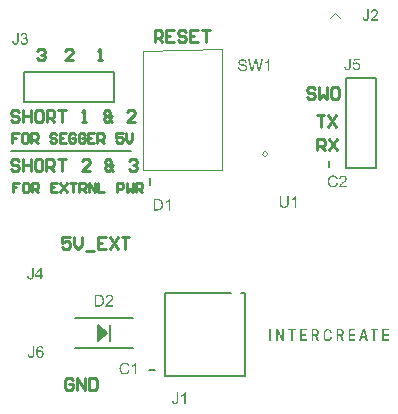
<source format=gto>
G04*
G04 #@! TF.GenerationSoftware,Altium Limited,Altium Designer,23.9.2 (47)*
G04*
G04 Layer_Color=65535*
%FSLAX44Y44*%
%MOMM*%
G71*
G04*
G04 #@! TF.SameCoordinates,804AEB52-05E6-4499-94A2-79A5550F06DA*
G04*
G04*
G04 #@! TF.FilePolarity,Positive*
G04*
G01*
G75*
%ADD10C,0.1000*%
%ADD11C,0.1270*%
%ADD12C,0.2000*%
%ADD13C,0.1524*%
%ADD14C,0.2540*%
G36*
X86360Y67056D02*
X79502Y60198D01*
Y73914D01*
X86360Y67056D01*
D02*
G37*
G36*
X274254Y70478D02*
X275007Y70290D01*
X275759Y69820D01*
X275853D01*
X275947Y69726D01*
X276323Y69256D01*
X276700Y68597D01*
X276888Y67751D01*
Y67374D01*
Y67280D01*
Y67186D01*
X276793Y67092D01*
X276605Y66998D01*
X275665D01*
X275571Y67092D01*
X275477Y67186D01*
X275383Y67374D01*
Y67563D01*
Y67657D01*
X275289Y68033D01*
X275100Y68409D01*
X274724Y68785D01*
X274630Y68879D01*
X274442Y69068D01*
X274066Y69162D01*
X273596Y69256D01*
X273407D01*
X273031Y69162D01*
X272561Y69068D01*
X272091Y68785D01*
X271997Y68691D01*
X271808Y68503D01*
X271620Y68127D01*
X271526Y67657D01*
Y67563D01*
Y67280D01*
Y66810D01*
X271432Y66246D01*
Y65587D01*
Y64741D01*
X271526Y63048D01*
Y62954D01*
X271620Y62578D01*
X271808Y62201D01*
X272091Y61825D01*
X272185Y61731D01*
X272467Y61637D01*
X272843Y61449D01*
X273407Y61355D01*
X273502D01*
X273878Y61449D01*
X274254Y61543D01*
X274724Y61825D01*
X274818Y61919D01*
X275007Y62201D01*
X275289Y62578D01*
X275383Y63048D01*
Y63330D01*
Y63424D01*
Y63518D01*
X275477Y63612D01*
X275665Y63706D01*
X276793D01*
X276888Y63518D01*
Y63330D01*
Y62954D01*
Y62860D01*
Y62766D01*
X276700Y62201D01*
X276417Y61543D01*
X275853Y60791D01*
X275665Y60696D01*
X275195Y60414D01*
X274442Y60038D01*
X273502Y59944D01*
X273313D01*
X272655Y60038D01*
X271903Y60320D01*
X271056Y60791D01*
X270868Y60979D01*
X270586Y61449D01*
X270210Y62107D01*
X270021Y62954D01*
Y63048D01*
Y63330D01*
Y63800D01*
Y64459D01*
Y65117D01*
Y65869D01*
Y67563D01*
Y67657D01*
Y67751D01*
X270210Y68315D01*
X270492Y68973D01*
X271056Y69632D01*
X271150D01*
X271244Y69820D01*
X271714Y70102D01*
X272467Y70384D01*
X273407Y70572D01*
X273690D01*
X274254Y70478D01*
D02*
G37*
G36*
X236349Y70384D02*
Y70196D01*
Y60320D01*
Y60226D01*
X236255Y60132D01*
X236067Y60038D01*
X234656D01*
X234468Y60226D01*
X231553Y67657D01*
X231364D01*
Y60226D01*
Y60132D01*
X231176Y60038D01*
X230988Y59944D01*
X230236D01*
X230142Y60038D01*
X230048Y60226D01*
Y70102D01*
Y70196D01*
Y70290D01*
X230142Y70384D01*
X231741D01*
X231835Y70290D01*
Y70196D01*
X234844Y62766D01*
X234939Y62672D01*
X235033D01*
X235127Y62766D01*
Y70196D01*
Y70290D01*
Y70384D01*
X235221Y70478D01*
X236255D01*
X236349Y70384D01*
D02*
G37*
G36*
X284788Y70478D02*
X285541Y70290D01*
X286199Y69820D01*
X286387Y69726D01*
X286669Y69256D01*
X287140Y68597D01*
X287422Y67751D01*
Y67563D01*
X287328Y67092D01*
X287234Y66528D01*
X286952Y65869D01*
X286857Y65775D01*
X286575Y65493D01*
X286199Y65117D01*
X285635Y64741D01*
X285541D01*
X285353Y64553D01*
X285259Y64459D01*
X285353Y64271D01*
X287140Y60508D01*
Y60414D01*
Y60320D01*
X286952Y60132D01*
X285823D01*
X285729Y60226D01*
X285635Y60414D01*
X283848Y64177D01*
Y64271D01*
X283660D01*
X283472Y64365D01*
X282719Y64271D01*
X282625D01*
X282531Y64177D01*
Y60414D01*
Y60320D01*
X282437Y60226D01*
X282249Y60132D01*
X281214D01*
X281120Y60226D01*
X281026Y60414D01*
Y70290D01*
Y70384D01*
Y70478D01*
X281120Y70572D01*
X284224D01*
X284788Y70478D01*
D02*
G37*
G36*
X263720D02*
X264472Y70290D01*
X265225Y69820D01*
X265413Y69726D01*
X265695Y69256D01*
X266071Y68597D01*
X266259Y67751D01*
Y67563D01*
Y67092D01*
X266071Y66528D01*
X265789Y65869D01*
X265695Y65775D01*
X265413Y65493D01*
X265037Y65117D01*
X264472Y64741D01*
X264378D01*
X264284Y64553D01*
X264190Y64459D01*
X264284Y64271D01*
X266071Y60508D01*
X266165Y60414D01*
X266071Y60320D01*
X265977Y60132D01*
X264754D01*
X264660Y60226D01*
X264566Y60414D01*
X262873Y64177D01*
X262779Y64271D01*
X262591Y64365D01*
X261556Y64271D01*
X261462D01*
X261368Y64177D01*
Y60414D01*
Y60320D01*
X261274Y60226D01*
X261086Y60132D01*
X260146D01*
X260051Y60226D01*
X259958Y60414D01*
Y70290D01*
Y70384D01*
X260051Y70478D01*
X260146Y70572D01*
X263155D01*
X263720Y70478D01*
D02*
G37*
G36*
X325326Y70384D02*
Y70196D01*
Y69444D01*
Y69350D01*
Y69256D01*
X325233Y69162D01*
X325044Y69068D01*
X321564D01*
X321470Y68973D01*
Y66246D01*
X321564D01*
Y66152D01*
X325138D01*
X325233Y66058D01*
Y65869D01*
Y65023D01*
Y64929D01*
X325138Y64835D01*
X324950Y64741D01*
X321564D01*
X321470Y64647D01*
X321376Y61543D01*
Y61449D01*
X321470Y61355D01*
X321564Y61449D01*
X325421D01*
X325515Y61355D01*
X325609Y61167D01*
Y60320D01*
X325515Y60226D01*
X325421Y60132D01*
X325138Y60038D01*
X320153D01*
X319965Y60132D01*
X319871Y60320D01*
Y70196D01*
Y70290D01*
X319965Y70384D01*
X320059Y70478D01*
X325233D01*
X325326Y70384D01*
D02*
G37*
G36*
X316297D02*
Y70196D01*
Y69444D01*
Y69350D01*
Y69256D01*
X316203Y69162D01*
X316015Y69068D01*
X313758D01*
Y68973D01*
Y68785D01*
Y68597D01*
Y68221D01*
Y67657D01*
Y66904D01*
Y65869D01*
Y64647D01*
Y60320D01*
Y60226D01*
X313664Y60132D01*
X313475Y60038D01*
X312535D01*
X312441Y60132D01*
X312347Y60320D01*
Y68973D01*
Y69068D01*
X310278D01*
X310184Y69162D01*
X310089Y69256D01*
X309995Y69444D01*
Y70196D01*
Y70290D01*
Y70384D01*
X310089Y70478D01*
X316203D01*
X316297Y70384D01*
D02*
G37*
G36*
X304728Y70290D02*
X307550Y60320D01*
Y60226D01*
X307362Y60132D01*
X307174Y60038D01*
X306327D01*
X306045Y60226D01*
X305293Y62484D01*
X305198Y62578D01*
X305010Y62672D01*
X302471D01*
X302283Y62484D01*
X301624Y60226D01*
Y60132D01*
X301530Y60038D01*
X300496D01*
X300402Y60132D01*
X300308Y60226D01*
X300214Y60320D01*
X303035Y70290D01*
Y70384D01*
X303129Y70478D01*
X304540D01*
X304728Y70290D01*
D02*
G37*
G36*
X296639Y70384D02*
X296733Y70196D01*
Y69444D01*
Y69350D01*
Y69256D01*
X296545Y69162D01*
X296357Y69068D01*
X292877D01*
X292595Y68973D01*
Y66246D01*
Y66152D01*
X296263D01*
X296357Y66058D01*
Y65869D01*
Y65023D01*
Y64929D01*
X296263Y64835D01*
X296075Y64741D01*
X292595D01*
Y64647D01*
Y61543D01*
X292877D01*
Y61449D01*
Y61355D01*
X292971Y61449D01*
X296733D01*
X296828Y61355D01*
Y61167D01*
Y60320D01*
Y60226D01*
X296733Y60132D01*
X296545Y60038D01*
X291466D01*
X291372Y60132D01*
X291278Y60320D01*
Y70196D01*
Y70290D01*
Y70384D01*
X291372Y70478D01*
X296545D01*
X296639Y70384D01*
D02*
G37*
G36*
X255725D02*
Y70196D01*
Y69444D01*
Y69350D01*
Y69256D01*
X255631Y69162D01*
X255443Y69068D01*
X251869D01*
X251681Y68973D01*
Y66246D01*
Y66152D01*
X255349D01*
X255443Y66058D01*
Y65869D01*
Y65023D01*
Y64929D01*
X255349Y64835D01*
X255161Y64741D01*
X251775D01*
X251586Y64647D01*
Y61543D01*
X251775D01*
Y61449D01*
Y61355D01*
X251869Y61449D01*
X255631D01*
X255725Y61355D01*
Y61167D01*
Y60320D01*
Y60226D01*
X255631Y60132D01*
X255443Y60038D01*
X250458D01*
X250364Y60132D01*
X250270Y60320D01*
Y70196D01*
Y70290D01*
Y70384D01*
X250364Y70478D01*
X255631D01*
X255725Y70384D01*
D02*
G37*
G36*
X246507D02*
Y70196D01*
Y69444D01*
Y69350D01*
Y69256D01*
X246413Y69162D01*
X246225Y69068D01*
X244062D01*
Y68973D01*
Y68785D01*
Y68597D01*
Y68221D01*
Y67657D01*
Y66904D01*
Y65869D01*
Y64647D01*
Y60320D01*
Y60226D01*
X243874Y60132D01*
X243686Y60038D01*
X242745D01*
X242651Y60132D01*
X242557Y60320D01*
Y68973D01*
Y69068D01*
X240488D01*
X240394Y69162D01*
X240206Y69256D01*
X240112Y69444D01*
Y70196D01*
Y70290D01*
X240206Y70384D01*
X240300Y70478D01*
X246413D01*
X246507Y70384D01*
D02*
G37*
G36*
X225345D02*
Y70196D01*
Y60320D01*
Y60226D01*
X225251Y60132D01*
X225063Y60038D01*
X224122D01*
X224028Y60132D01*
Y60320D01*
Y70196D01*
Y70290D01*
Y70384D01*
X224122Y70478D01*
X225251D01*
X225345Y70384D01*
D02*
G37*
G36*
X240523Y177102D02*
Y177088D01*
Y177032D01*
Y176961D01*
Y176863D01*
X240509Y176736D01*
Y176595D01*
X240495Y176426D01*
X240481Y176256D01*
X240439Y175876D01*
X240382Y175481D01*
X240298Y175100D01*
X240241Y174917D01*
X240185Y174748D01*
Y174734D01*
X240171Y174706D01*
X240142Y174663D01*
X240114Y174607D01*
X240030Y174452D01*
X239903Y174255D01*
X239734Y174029D01*
X239536Y173804D01*
X239283Y173564D01*
X238972Y173352D01*
X238958D01*
X238930Y173324D01*
X238888Y173310D01*
X238817Y173268D01*
X238733Y173225D01*
X238620Y173183D01*
X238507Y173141D01*
X238366Y173085D01*
X238211Y173028D01*
X238042Y172986D01*
X237859Y172944D01*
X237647Y172901D01*
X237436Y172873D01*
X237210Y172845D01*
X236703Y172817D01*
X236576D01*
X236477Y172831D01*
X236364D01*
X236224Y172845D01*
X236068Y172859D01*
X235913Y172873D01*
X235561Y172929D01*
X235180Y173014D01*
X234814Y173127D01*
X234461Y173282D01*
X234447D01*
X234419Y173310D01*
X234377Y173338D01*
X234321Y173367D01*
X234165Y173479D01*
X233982Y173634D01*
X233771Y173832D01*
X233573Y174057D01*
X233376Y174339D01*
X233221Y174649D01*
Y174663D01*
X233207Y174692D01*
X233193Y174748D01*
X233165Y174818D01*
X233136Y174903D01*
X233108Y175016D01*
X233066Y175143D01*
X233038Y175298D01*
X233009Y175467D01*
X232967Y175650D01*
X232939Y175848D01*
X232911Y176059D01*
X232883Y176299D01*
X232868Y176552D01*
X232854Y176820D01*
Y177102D01*
Y182741D01*
X234151D01*
Y177102D01*
Y177088D01*
Y177046D01*
Y176975D01*
Y176891D01*
X234165Y176792D01*
Y176665D01*
X234179Y176397D01*
X234208Y176087D01*
X234250Y175777D01*
X234306Y175481D01*
X234335Y175354D01*
X234377Y175227D01*
X234391Y175199D01*
X234419Y175129D01*
X234490Y175030D01*
X234574Y174889D01*
X234673Y174748D01*
X234814Y174593D01*
X234983Y174438D01*
X235180Y174311D01*
X235209Y174297D01*
X235279Y174255D01*
X235406Y174212D01*
X235575Y174156D01*
X235772Y174086D01*
X236026Y174043D01*
X236294Y174001D01*
X236590Y173987D01*
X236731D01*
X236816Y174001D01*
X236943D01*
X237069Y174015D01*
X237379Y174071D01*
X237718Y174142D01*
X238042Y174255D01*
X238352Y174410D01*
X238493Y174508D01*
X238620Y174621D01*
X238634Y174635D01*
X238648Y174649D01*
X238676Y174692D01*
X238719Y174748D01*
X238761Y174833D01*
X238817Y174917D01*
X238874Y175044D01*
X238930Y175171D01*
X238987Y175326D01*
X239029Y175509D01*
X239085Y175721D01*
X239128Y175946D01*
X239170Y176200D01*
X239198Y176468D01*
X239226Y176778D01*
Y177102D01*
Y182741D01*
X240523D01*
Y177102D01*
D02*
G37*
G36*
X246698Y172986D02*
X245499D01*
Y180612D01*
X245485Y180598D01*
X245415Y180542D01*
X245330Y180457D01*
X245189Y180359D01*
X245034Y180232D01*
X244837Y180091D01*
X244611Y179936D01*
X244357Y179781D01*
X244343D01*
X244329Y179767D01*
X244245Y179710D01*
X244104Y179640D01*
X243935Y179555D01*
X243737Y179456D01*
X243526Y179358D01*
X243314Y179259D01*
X243103Y179174D01*
Y180330D01*
X243117D01*
X243145Y180359D01*
X243202Y180373D01*
X243272Y180415D01*
X243357Y180457D01*
X243455Y180514D01*
X243695Y180655D01*
X243977Y180810D01*
X244259Y181007D01*
X244555Y181233D01*
X244851Y181472D01*
X244865Y181486D01*
X244879Y181500D01*
X244921Y181543D01*
X244978Y181585D01*
X245105Y181726D01*
X245274Y181895D01*
X245443Y182092D01*
X245626Y182318D01*
X245781Y182544D01*
X245922Y182783D01*
X246698D01*
Y172986D01*
D02*
G37*
G36*
X30363Y55769D02*
X30462D01*
X30575Y55755D01*
X30842Y55699D01*
X31139Y55628D01*
X31449Y55515D01*
X31759Y55346D01*
X31914Y55248D01*
X32055Y55135D01*
X32069Y55121D01*
X32083Y55107D01*
X32125Y55064D01*
X32168Y55022D01*
X32238Y54952D01*
X32294Y54867D01*
X32450Y54670D01*
X32605Y54416D01*
X32746Y54106D01*
X32872Y53753D01*
X32957Y53359D01*
X31759Y53260D01*
Y53274D01*
X31745Y53288D01*
X31731Y53373D01*
X31688Y53500D01*
X31632Y53655D01*
X31576Y53824D01*
X31491Y53993D01*
X31392Y54148D01*
X31294Y54275D01*
X31265Y54303D01*
X31209Y54359D01*
X31110Y54444D01*
X30969Y54543D01*
X30786Y54627D01*
X30589Y54712D01*
X30349Y54768D01*
X30095Y54797D01*
X29997D01*
X29884Y54782D01*
X29757Y54754D01*
X29588Y54712D01*
X29419Y54655D01*
X29249Y54585D01*
X29080Y54472D01*
X29052Y54458D01*
X28982Y54402D01*
X28883Y54303D01*
X28756Y54162D01*
X28615Y53993D01*
X28460Y53796D01*
X28319Y53542D01*
X28178Y53260D01*
Y53246D01*
X28164Y53218D01*
X28150Y53175D01*
X28122Y53119D01*
X28108Y53034D01*
X28079Y52936D01*
X28051Y52823D01*
X28023Y52682D01*
X27981Y52527D01*
X27953Y52358D01*
X27924Y52175D01*
X27910Y51977D01*
X27882Y51752D01*
X27868Y51526D01*
X27854Y51272D01*
Y51019D01*
X27868Y51033D01*
X27924Y51117D01*
X28023Y51230D01*
X28150Y51371D01*
X28291Y51540D01*
X28474Y51695D01*
X28672Y51850D01*
X28897Y51991D01*
X28911D01*
X28925Y52005D01*
X29010Y52048D01*
X29137Y52090D01*
X29306Y52160D01*
X29503Y52217D01*
X29729Y52259D01*
X29968Y52301D01*
X30222Y52315D01*
X30335D01*
X30419Y52301D01*
X30532Y52287D01*
X30645Y52273D01*
X30786Y52245D01*
X30927Y52203D01*
X31251Y52104D01*
X31420Y52034D01*
X31590Y51935D01*
X31759Y51836D01*
X31942Y51723D01*
X32111Y51582D01*
X32266Y51427D01*
X32280Y51413D01*
X32308Y51385D01*
X32351Y51343D01*
X32393Y51272D01*
X32464Y51174D01*
X32534Y51075D01*
X32605Y50948D01*
X32689Y50807D01*
X32774Y50652D01*
X32844Y50483D01*
X32915Y50286D01*
X32985Y50088D01*
X33028Y49877D01*
X33070Y49637D01*
X33098Y49397D01*
X33112Y49144D01*
Y49130D01*
Y49101D01*
Y49059D01*
Y48988D01*
X33098Y48904D01*
Y48819D01*
X33056Y48594D01*
X33013Y48326D01*
X32943Y48044D01*
X32844Y47734D01*
X32703Y47438D01*
Y47424D01*
X32689Y47410D01*
X32661Y47367D01*
X32633Y47311D01*
X32548Y47170D01*
X32421Y46987D01*
X32266Y46789D01*
X32083Y46592D01*
X31857Y46395D01*
X31618Y46226D01*
X31604D01*
X31590Y46211D01*
X31547Y46183D01*
X31491Y46169D01*
X31350Y46099D01*
X31167Y46028D01*
X30927Y45944D01*
X30659Y45887D01*
X30363Y45831D01*
X30039Y45817D01*
X29968D01*
X29898Y45831D01*
X29785D01*
X29658Y45845D01*
X29517Y45873D01*
X29348Y45915D01*
X29179Y45958D01*
X28982Y46014D01*
X28784Y46085D01*
X28587Y46169D01*
X28375Y46282D01*
X28178Y46409D01*
X27981Y46550D01*
X27783Y46719D01*
X27600Y46916D01*
X27586Y46930D01*
X27558Y46973D01*
X27516Y47029D01*
X27459Y47128D01*
X27375Y47255D01*
X27304Y47396D01*
X27220Y47579D01*
X27135Y47776D01*
X27036Y48016D01*
X26952Y48284D01*
X26881Y48580D01*
X26811Y48904D01*
X26740Y49271D01*
X26698Y49665D01*
X26670Y50088D01*
X26656Y50539D01*
Y50553D01*
Y50567D01*
Y50610D01*
Y50666D01*
X26670Y50807D01*
Y51004D01*
X26684Y51230D01*
X26712Y51498D01*
X26740Y51794D01*
X26783Y52118D01*
X26839Y52442D01*
X26909Y52795D01*
X26994Y53133D01*
X27093Y53471D01*
X27220Y53796D01*
X27360Y54106D01*
X27516Y54402D01*
X27699Y54655D01*
X27713Y54670D01*
X27741Y54698D01*
X27798Y54754D01*
X27868Y54839D01*
X27953Y54923D01*
X28065Y55008D01*
X28206Y55121D01*
X28347Y55219D01*
X28516Y55318D01*
X28700Y55431D01*
X28911Y55515D01*
X29123Y55614D01*
X29362Y55685D01*
X29616Y55741D01*
X29884Y55769D01*
X30166Y55783D01*
X30279D01*
X30363Y55769D01*
D02*
G37*
G36*
X25091Y49087D02*
Y49073D01*
Y49031D01*
Y48974D01*
Y48890D01*
X25077Y48777D01*
Y48664D01*
X25049Y48397D01*
X25020Y48086D01*
X24964Y47762D01*
X24879Y47466D01*
X24781Y47184D01*
Y47170D01*
X24767Y47156D01*
X24724Y47071D01*
X24654Y46959D01*
X24555Y46803D01*
X24414Y46648D01*
X24259Y46479D01*
X24062Y46310D01*
X23836Y46169D01*
X23808Y46155D01*
X23723Y46113D01*
X23597Y46056D01*
X23413Y46000D01*
X23188Y45929D01*
X22934Y45873D01*
X22652Y45831D01*
X22342Y45817D01*
X22215D01*
X22130Y45831D01*
X22018Y45845D01*
X21905Y45859D01*
X21609Y45915D01*
X21299Y46000D01*
X20975Y46127D01*
X20805Y46211D01*
X20650Y46310D01*
X20509Y46423D01*
X20368Y46550D01*
X20354Y46564D01*
X20340Y46578D01*
X20312Y46634D01*
X20270Y46691D01*
X20213Y46761D01*
X20157Y46860D01*
X20101Y46973D01*
X20030Y47100D01*
X19974Y47241D01*
X19917Y47410D01*
X19861Y47579D01*
X19805Y47776D01*
X19776Y47988D01*
X19734Y48227D01*
X19720Y48467D01*
Y48735D01*
X20890Y48904D01*
Y48890D01*
Y48862D01*
Y48805D01*
X20904Y48721D01*
X20918Y48636D01*
Y48537D01*
X20961Y48298D01*
X21003Y48044D01*
X21087Y47790D01*
X21172Y47565D01*
X21228Y47466D01*
X21299Y47382D01*
X21313Y47367D01*
X21369Y47325D01*
X21454Y47255D01*
X21567Y47184D01*
X21722Y47100D01*
X21891Y47043D01*
X22102Y46987D01*
X22328Y46973D01*
X22413D01*
X22497Y46987D01*
X22624Y47001D01*
X22751Y47029D01*
X22892Y47057D01*
X23033Y47114D01*
X23174Y47184D01*
X23188Y47198D01*
X23230Y47226D01*
X23286Y47283D01*
X23371Y47339D01*
X23442Y47438D01*
X23526Y47537D01*
X23597Y47649D01*
X23653Y47790D01*
Y47804D01*
X23681Y47861D01*
X23695Y47959D01*
X23723Y48086D01*
X23752Y48256D01*
X23766Y48467D01*
X23794Y48721D01*
Y49017D01*
Y55741D01*
X25091D01*
Y49087D01*
D02*
G37*
G36*
X308350Y334329D02*
Y334315D01*
Y334273D01*
Y334216D01*
Y334132D01*
X308336Y334019D01*
Y333906D01*
X308308Y333638D01*
X308280Y333328D01*
X308223Y333004D01*
X308139Y332708D01*
X308040Y332426D01*
Y332412D01*
X308026Y332398D01*
X307984Y332313D01*
X307913Y332201D01*
X307815Y332046D01*
X307674Y331890D01*
X307519Y331721D01*
X307321Y331552D01*
X307096Y331411D01*
X307067Y331397D01*
X306983Y331355D01*
X306856Y331298D01*
X306673Y331242D01*
X306447Y331171D01*
X306193Y331115D01*
X305912Y331073D01*
X305601Y331059D01*
X305474D01*
X305390Y331073D01*
X305277Y331087D01*
X305164Y331101D01*
X304868Y331157D01*
X304558Y331242D01*
X304234Y331369D01*
X304065Y331453D01*
X303910Y331552D01*
X303769Y331665D01*
X303628Y331792D01*
X303614Y331806D01*
X303599Y331820D01*
X303571Y331876D01*
X303529Y331933D01*
X303473Y332003D01*
X303416Y332102D01*
X303360Y332215D01*
X303289Y332342D01*
X303233Y332482D01*
X303177Y332652D01*
X303120Y332821D01*
X303064Y333018D01*
X303036Y333230D01*
X302993Y333469D01*
X302979Y333709D01*
Y333977D01*
X304149Y334146D01*
Y334132D01*
Y334104D01*
Y334047D01*
X304163Y333963D01*
X304177Y333878D01*
Y333779D01*
X304220Y333540D01*
X304262Y333286D01*
X304347Y333032D01*
X304431Y332807D01*
X304488Y332708D01*
X304558Y332623D01*
X304572Y332609D01*
X304629Y332567D01*
X304713Y332497D01*
X304826Y332426D01*
X304981Y332342D01*
X305150Y332285D01*
X305362Y332229D01*
X305587Y332215D01*
X305672D01*
X305756Y332229D01*
X305883Y332243D01*
X306010Y332271D01*
X306151Y332299D01*
X306292Y332356D01*
X306433Y332426D01*
X306447Y332440D01*
X306489Y332468D01*
X306546Y332525D01*
X306630Y332581D01*
X306701Y332680D01*
X306786Y332779D01*
X306856Y332891D01*
X306912Y333032D01*
Y333046D01*
X306940Y333103D01*
X306955Y333201D01*
X306983Y333328D01*
X307011Y333498D01*
X307025Y333709D01*
X307053Y333963D01*
Y334259D01*
Y340983D01*
X308350D01*
Y334329D01*
D02*
G37*
G36*
X313439Y341011D02*
X313552Y340997D01*
X313693Y340983D01*
X313848Y340955D01*
X314003Y340927D01*
X314370Y340828D01*
X314736Y340687D01*
X314919Y340602D01*
X315103Y340504D01*
X315272Y340377D01*
X315427Y340236D01*
X315441Y340222D01*
X315469Y340208D01*
X315497Y340151D01*
X315554Y340095D01*
X315624Y340024D01*
X315695Y339926D01*
X315765Y339827D01*
X315850Y339700D01*
X315991Y339432D01*
X316132Y339094D01*
X316188Y338925D01*
X316216Y338727D01*
X316245Y338530D01*
X316259Y338319D01*
Y338290D01*
Y338220D01*
X316245Y338107D01*
X316231Y337952D01*
X316202Y337783D01*
X316146Y337586D01*
X316089Y337374D01*
X316005Y337163D01*
X315991Y337135D01*
X315963Y337064D01*
X315906Y336951D01*
X315822Y336796D01*
X315709Y336627D01*
X315568Y336416D01*
X315399Y336204D01*
X315201Y335965D01*
X315173Y335936D01*
X315103Y335852D01*
X315032Y335781D01*
X314962Y335711D01*
X314877Y335626D01*
X314764Y335513D01*
X314652Y335401D01*
X314511Y335274D01*
X314370Y335133D01*
X314200Y334978D01*
X314017Y334823D01*
X313820Y334639D01*
X313594Y334456D01*
X313369Y334259D01*
X313355Y334245D01*
X313326Y334216D01*
X313270Y334174D01*
X313200Y334118D01*
X313115Y334033D01*
X313016Y333949D01*
X312791Y333765D01*
X312551Y333554D01*
X312326Y333342D01*
X312128Y333159D01*
X312044Y333089D01*
X311973Y333018D01*
X311959Y333004D01*
X311917Y332962D01*
X311860Y332905D01*
X311790Y332821D01*
X311719Y332722D01*
X311635Y332623D01*
X311466Y332384D01*
X316273D01*
Y331228D01*
X309802D01*
Y331242D01*
Y331298D01*
Y331383D01*
X309816Y331496D01*
X309830Y331623D01*
X309859Y331764D01*
X309887Y331904D01*
X309943Y332060D01*
Y332074D01*
X309957Y332088D01*
X309986Y332172D01*
X310042Y332299D01*
X310126Y332468D01*
X310239Y332666D01*
X310380Y332891D01*
X310535Y333117D01*
X310733Y333357D01*
Y333371D01*
X310761Y333385D01*
X310831Y333469D01*
X310958Y333596D01*
X311141Y333779D01*
X311353Y333991D01*
X311621Y334245D01*
X311945Y334527D01*
X312297Y334823D01*
X312311Y334837D01*
X312368Y334879D01*
X312453Y334949D01*
X312551Y335034D01*
X312678Y335147D01*
X312833Y335274D01*
X312988Y335415D01*
X313171Y335570D01*
X313524Y335908D01*
X313876Y336246D01*
X314045Y336416D01*
X314200Y336585D01*
X314342Y336740D01*
X314454Y336895D01*
Y336909D01*
X314482Y336923D01*
X314511Y336965D01*
X314539Y337022D01*
X314638Y337177D01*
X314750Y337360D01*
X314849Y337586D01*
X314948Y337825D01*
X315004Y338093D01*
X315032Y338347D01*
Y338361D01*
Y338375D01*
X315018Y338460D01*
X315004Y338601D01*
X314962Y338756D01*
X314905Y338953D01*
X314807Y339150D01*
X314680Y339348D01*
X314511Y339545D01*
X314482Y339573D01*
X314412Y339630D01*
X314313Y339700D01*
X314158Y339799D01*
X313961Y339883D01*
X313735Y339968D01*
X313467Y340024D01*
X313171Y340038D01*
X313087D01*
X313030Y340024D01*
X312861Y340010D01*
X312664Y339968D01*
X312453Y339912D01*
X312213Y339813D01*
X311987Y339686D01*
X311776Y339517D01*
X311748Y339489D01*
X311691Y339418D01*
X311607Y339305D01*
X311522Y339136D01*
X311423Y338939D01*
X311339Y338685D01*
X311282Y338403D01*
X311254Y338079D01*
X310028Y338206D01*
Y338220D01*
X310042Y338262D01*
Y338333D01*
X310056Y338432D01*
X310084Y338544D01*
X310112Y338671D01*
X310155Y338826D01*
X310197Y338981D01*
X310310Y339320D01*
X310479Y339658D01*
X310578Y339827D01*
X310704Y339996D01*
X310831Y340151D01*
X310972Y340292D01*
X310986Y340306D01*
X311015Y340321D01*
X311057Y340363D01*
X311127Y340405D01*
X311212Y340461D01*
X311311Y340518D01*
X311423Y340588D01*
X311564Y340659D01*
X311719Y340729D01*
X311889Y340800D01*
X312072Y340856D01*
X312269Y340913D01*
X312481Y340955D01*
X312706Y340997D01*
X312946Y341011D01*
X313200Y341025D01*
X313341D01*
X313439Y341011D01*
D02*
G37*
G36*
X201685Y298657D02*
X201784D01*
X202052Y298628D01*
X202348Y298586D01*
X202658Y298516D01*
X202996Y298431D01*
X203306Y298318D01*
X203320D01*
X203349Y298304D01*
X203391Y298276D01*
X203447Y298248D01*
X203588Y298177D01*
X203771Y298050D01*
X203983Y297910D01*
X204194Y297726D01*
X204392Y297515D01*
X204575Y297275D01*
Y297261D01*
X204589Y297247D01*
X204617Y297205D01*
X204646Y297162D01*
X204716Y297021D01*
X204801Y296838D01*
X204899Y296613D01*
X204970Y296345D01*
X205040Y296063D01*
X205068Y295753D01*
X203828Y295654D01*
Y295668D01*
Y295696D01*
X203814Y295739D01*
X203800Y295809D01*
X203757Y295964D01*
X203701Y296176D01*
X203616Y296401D01*
X203490Y296627D01*
X203335Y296838D01*
X203137Y297036D01*
X203109Y297050D01*
X203039Y297106D01*
X202897Y297190D01*
X202714Y297275D01*
X202475Y297360D01*
X202193Y297444D01*
X201840Y297501D01*
X201446Y297515D01*
X201248D01*
X201164Y297501D01*
X201051Y297487D01*
X200797Y297458D01*
X200515Y297402D01*
X200233Y297332D01*
X199965Y297219D01*
X199853Y297148D01*
X199740Y297078D01*
X199712Y297064D01*
X199655Y297007D01*
X199571Y296909D01*
X199486Y296796D01*
X199387Y296641D01*
X199303Y296472D01*
X199246Y296274D01*
X199218Y296049D01*
Y296021D01*
Y295964D01*
X199232Y295865D01*
X199261Y295753D01*
X199303Y295612D01*
X199373Y295471D01*
X199458Y295330D01*
X199585Y295189D01*
X199599Y295175D01*
X199669Y295132D01*
X199726Y295090D01*
X199782Y295062D01*
X199867Y295020D01*
X199965Y294963D01*
X200092Y294921D01*
X200233Y294865D01*
X200388Y294808D01*
X200571Y294738D01*
X200769Y294681D01*
X200994Y294611D01*
X201248Y294554D01*
X201530Y294484D01*
X201544D01*
X201601Y294470D01*
X201685Y294456D01*
X201784Y294428D01*
X201911Y294399D01*
X202066Y294357D01*
X202221Y294315D01*
X202390Y294272D01*
X202757Y294174D01*
X203109Y294075D01*
X203278Y294019D01*
X203433Y293962D01*
X203574Y293920D01*
X203687Y293864D01*
X203701D01*
X203729Y293850D01*
X203771Y293821D01*
X203828Y293793D01*
X203983Y293709D01*
X204166Y293596D01*
X204378Y293441D01*
X204589Y293272D01*
X204786Y293074D01*
X204956Y292863D01*
X204970Y292835D01*
X205026Y292764D01*
X205082Y292637D01*
X205167Y292468D01*
X205238Y292271D01*
X205308Y292031D01*
X205350Y291763D01*
X205364Y291481D01*
Y291467D01*
Y291453D01*
Y291411D01*
Y291354D01*
X205336Y291199D01*
X205308Y291002D01*
X205252Y290776D01*
X205181Y290537D01*
X205068Y290283D01*
X204913Y290015D01*
Y290001D01*
X204899Y289987D01*
X204829Y289902D01*
X204730Y289776D01*
X204589Y289634D01*
X204406Y289465D01*
X204180Y289282D01*
X203927Y289113D01*
X203631Y288958D01*
X203616D01*
X203588Y288944D01*
X203546Y288930D01*
X203490Y288902D01*
X203405Y288873D01*
X203306Y288831D01*
X203081Y288775D01*
X202813Y288704D01*
X202489Y288634D01*
X202136Y288591D01*
X201756Y288577D01*
X201530D01*
X201417Y288591D01*
X201290D01*
X201150Y288605D01*
X200980Y288620D01*
X200628Y288676D01*
X200261Y288732D01*
X199895Y288831D01*
X199542Y288958D01*
X199528D01*
X199500Y288972D01*
X199458Y289000D01*
X199401Y289028D01*
X199232Y289113D01*
X199035Y289240D01*
X198809Y289409D01*
X198570Y289606D01*
X198344Y289846D01*
X198133Y290114D01*
Y290128D01*
X198104Y290156D01*
X198090Y290198D01*
X198048Y290255D01*
X198020Y290325D01*
X197978Y290410D01*
X197879Y290621D01*
X197780Y290889D01*
X197696Y291185D01*
X197639Y291523D01*
X197611Y291876D01*
X198824Y291989D01*
Y291975D01*
Y291961D01*
X198838Y291918D01*
Y291862D01*
X198866Y291735D01*
X198908Y291552D01*
X198964Y291369D01*
X199021Y291157D01*
X199119Y290960D01*
X199218Y290776D01*
X199232Y290762D01*
X199275Y290706D01*
X199345Y290607D01*
X199458Y290509D01*
X199599Y290382D01*
X199754Y290255D01*
X199965Y290128D01*
X200191Y290015D01*
X200205D01*
X200219Y290001D01*
X200261Y289987D01*
X200304Y289973D01*
X200445Y289931D01*
X200628Y289874D01*
X200853Y289818D01*
X201107Y289776D01*
X201389Y289747D01*
X201699Y289733D01*
X201826D01*
X201967Y289747D01*
X202136Y289761D01*
X202334Y289790D01*
X202559Y289818D01*
X202785Y289874D01*
X202996Y289945D01*
X203024Y289959D01*
X203095Y289987D01*
X203193Y290043D01*
X203320Y290100D01*
X203447Y290198D01*
X203588Y290297D01*
X203729Y290410D01*
X203842Y290551D01*
X203856Y290565D01*
X203884Y290621D01*
X203927Y290692D01*
X203983Y290805D01*
X204039Y290917D01*
X204082Y291058D01*
X204110Y291213D01*
X204124Y291383D01*
Y291397D01*
Y291467D01*
X204110Y291552D01*
X204096Y291665D01*
X204053Y291777D01*
X204011Y291918D01*
X203941Y292059D01*
X203842Y292186D01*
X203828Y292200D01*
X203786Y292243D01*
X203729Y292299D01*
X203631Y292383D01*
X203518Y292468D01*
X203363Y292567D01*
X203179Y292665D01*
X202968Y292750D01*
X202954Y292764D01*
X202883Y292778D01*
X202771Y292820D01*
X202700Y292835D01*
X202601Y292863D01*
X202503Y292905D01*
X202376Y292933D01*
X202235Y292976D01*
X202066Y293018D01*
X201897Y293060D01*
X201699Y293116D01*
X201474Y293173D01*
X201234Y293229D01*
X201220D01*
X201178Y293243D01*
X201107Y293258D01*
X201023Y293286D01*
X200910Y293314D01*
X200783Y293342D01*
X200501Y293427D01*
X200191Y293525D01*
X199867Y293624D01*
X199585Y293723D01*
X199458Y293779D01*
X199345Y293836D01*
X199331D01*
X199317Y293850D01*
X199232Y293906D01*
X199105Y293976D01*
X198964Y294089D01*
X198795Y294216D01*
X198626Y294371D01*
X198457Y294554D01*
X198316Y294752D01*
X198302Y294780D01*
X198260Y294850D01*
X198203Y294963D01*
X198147Y295104D01*
X198090Y295287D01*
X198034Y295499D01*
X197992Y295725D01*
X197978Y295964D01*
Y295978D01*
Y295992D01*
Y296035D01*
Y296091D01*
X198006Y296232D01*
X198034Y296415D01*
X198076Y296627D01*
X198147Y296866D01*
X198246Y297106D01*
X198386Y297346D01*
Y297360D01*
X198400Y297374D01*
X198471Y297458D01*
X198570Y297571D01*
X198697Y297712D01*
X198866Y297867D01*
X199077Y298036D01*
X199331Y298191D01*
X199613Y298332D01*
X199627D01*
X199655Y298347D01*
X199697Y298361D01*
X199754Y298389D01*
X199824Y298417D01*
X199923Y298445D01*
X200135Y298502D01*
X200402Y298558D01*
X200713Y298614D01*
X201037Y298657D01*
X201403Y298671D01*
X201586D01*
X201685Y298657D01*
D02*
G37*
G36*
X216120Y288746D02*
X214852D01*
X212808Y296176D01*
Y296190D01*
X212794Y296218D01*
X212780Y296260D01*
X212765Y296331D01*
X212723Y296486D01*
X212681Y296669D01*
X212624Y296866D01*
X212568Y297050D01*
X212526Y297205D01*
X212512Y297275D01*
X212498Y297317D01*
Y297303D01*
X212483Y297289D01*
X212469Y297205D01*
X212441Y297078D01*
X212399Y296923D01*
X212357Y296754D01*
X212300Y296556D01*
X212258Y296359D01*
X212201Y296176D01*
X210143Y288746D01*
X208790D01*
X206238Y298502D01*
X207578D01*
X209030Y292101D01*
Y292087D01*
X209044Y292059D01*
X209058Y292003D01*
X209072Y291932D01*
X209086Y291834D01*
X209114Y291735D01*
X209142Y291608D01*
X209171Y291467D01*
X209241Y291171D01*
X209312Y290833D01*
X209382Y290466D01*
X209453Y290100D01*
Y290114D01*
X209467Y290170D01*
X209495Y290241D01*
X209509Y290354D01*
X209537Y290466D01*
X209580Y290607D01*
X209650Y290917D01*
X209734Y291227D01*
X209763Y291383D01*
X209805Y291523D01*
X209833Y291650D01*
X209861Y291763D01*
X209890Y291848D01*
X209904Y291904D01*
X211750Y298502D01*
X213315D01*
X214697Y293554D01*
Y293539D01*
X214725Y293469D01*
X214753Y293370D01*
X214781Y293243D01*
X214823Y293074D01*
X214880Y292891D01*
X214936Y292680D01*
X214993Y292440D01*
X215063Y292172D01*
X215120Y291904D01*
X215247Y291326D01*
X215373Y290720D01*
X215472Y290100D01*
Y290114D01*
X215486Y290142D01*
Y290198D01*
X215514Y290269D01*
X215528Y290354D01*
X215557Y290452D01*
X215571Y290579D01*
X215613Y290720D01*
X215683Y291030D01*
X215768Y291397D01*
X215853Y291791D01*
X215965Y292228D01*
X217488Y298502D01*
X218799D01*
X216120Y288746D01*
D02*
G37*
G36*
X224029D02*
X222831D01*
Y296373D01*
X222817Y296359D01*
X222746Y296302D01*
X222661Y296218D01*
X222521Y296119D01*
X222365Y295992D01*
X222168Y295851D01*
X221943Y295696D01*
X221689Y295541D01*
X221675D01*
X221661Y295527D01*
X221576Y295471D01*
X221435Y295400D01*
X221266Y295316D01*
X221068Y295217D01*
X220857Y295118D01*
X220646Y295020D01*
X220434Y294935D01*
Y296091D01*
X220448D01*
X220476Y296119D01*
X220533Y296133D01*
X220603Y296176D01*
X220688Y296218D01*
X220787Y296274D01*
X221026Y296415D01*
X221308Y296570D01*
X221590Y296768D01*
X221886Y296993D01*
X222182Y297233D01*
X222196Y297247D01*
X222210Y297261D01*
X222253Y297303D01*
X222309Y297346D01*
X222436Y297487D01*
X222605Y297656D01*
X222774Y297853D01*
X222957Y298079D01*
X223113Y298304D01*
X223254Y298544D01*
X224029D01*
Y288746D01*
D02*
G37*
G36*
X293006Y292612D02*
Y292598D01*
Y292556D01*
Y292499D01*
Y292415D01*
X292991Y292302D01*
Y292189D01*
X292963Y291922D01*
X292935Y291611D01*
X292879Y291287D01*
X292794Y290991D01*
X292695Y290709D01*
Y290695D01*
X292681Y290681D01*
X292639Y290596D01*
X292568Y290484D01*
X292470Y290329D01*
X292329Y290173D01*
X292174Y290004D01*
X291976Y289835D01*
X291751Y289694D01*
X291723Y289680D01*
X291638Y289638D01*
X291511Y289581D01*
X291328Y289525D01*
X291102Y289454D01*
X290849Y289398D01*
X290567Y289356D01*
X290257Y289342D01*
X290130D01*
X290045Y289356D01*
X289932Y289370D01*
X289820Y289384D01*
X289524Y289440D01*
X289213Y289525D01*
X288889Y289652D01*
X288720Y289736D01*
X288565Y289835D01*
X288424Y289948D01*
X288283Y290075D01*
X288269Y290089D01*
X288255Y290103D01*
X288227Y290159D01*
X288184Y290216D01*
X288128Y290286D01*
X288071Y290385D01*
X288015Y290498D01*
X287945Y290625D01*
X287888Y290765D01*
X287832Y290935D01*
X287775Y291104D01*
X287719Y291301D01*
X287691Y291513D01*
X287649Y291752D01*
X287635Y291992D01*
Y292260D01*
X288805Y292429D01*
Y292415D01*
Y292387D01*
Y292330D01*
X288819Y292246D01*
X288833Y292161D01*
Y292062D01*
X288875Y291823D01*
X288917Y291569D01*
X289002Y291315D01*
X289086Y291090D01*
X289143Y290991D01*
X289213Y290907D01*
X289228Y290892D01*
X289284Y290850D01*
X289368Y290780D01*
X289481Y290709D01*
X289636Y290625D01*
X289805Y290568D01*
X290017Y290512D01*
X290242Y290498D01*
X290327D01*
X290412Y290512D01*
X290539Y290526D01*
X290665Y290554D01*
X290806Y290582D01*
X290947Y290639D01*
X291088Y290709D01*
X291102Y290723D01*
X291145Y290751D01*
X291201Y290808D01*
X291286Y290864D01*
X291356Y290963D01*
X291441Y291061D01*
X291511Y291174D01*
X291568Y291315D01*
Y291329D01*
X291596Y291386D01*
X291610Y291485D01*
X291638Y291611D01*
X291666Y291780D01*
X291680Y291992D01*
X291709Y292246D01*
Y292542D01*
Y299266D01*
X293006D01*
Y292612D01*
D02*
G37*
G36*
X300632Y297997D02*
X296727D01*
X296206Y295361D01*
X296220Y295375D01*
X296248Y295389D01*
X296290Y295417D01*
X296360Y295460D01*
X296445Y295502D01*
X296544Y295558D01*
X296769Y295671D01*
X297051Y295784D01*
X297361Y295883D01*
X297700Y295953D01*
X297869Y295981D01*
X298179D01*
X298264Y295967D01*
X298376Y295953D01*
X298503Y295939D01*
X298644Y295911D01*
X298799Y295869D01*
X299138Y295770D01*
X299321Y295700D01*
X299504Y295601D01*
X299687Y295502D01*
X299871Y295389D01*
X300040Y295248D01*
X300209Y295093D01*
X300223Y295079D01*
X300251Y295051D01*
X300294Y295009D01*
X300350Y294938D01*
X300420Y294839D01*
X300491Y294741D01*
X300576Y294614D01*
X300660Y294473D01*
X300731Y294318D01*
X300815Y294149D01*
X300886Y293951D01*
X300956Y293754D01*
X301013Y293543D01*
X301055Y293303D01*
X301083Y293063D01*
X301097Y292810D01*
Y292796D01*
Y292753D01*
Y292683D01*
X301083Y292584D01*
X301069Y292471D01*
X301055Y292344D01*
X301027Y292189D01*
X300998Y292034D01*
X300914Y291668D01*
X300773Y291287D01*
X300688Y291090D01*
X300576Y290907D01*
X300463Y290709D01*
X300322Y290526D01*
X300308Y290512D01*
X300280Y290469D01*
X300223Y290413D01*
X300153Y290343D01*
X300054Y290258D01*
X299941Y290145D01*
X299800Y290047D01*
X299645Y289934D01*
X299476Y289821D01*
X299279Y289722D01*
X299067Y289624D01*
X298842Y289525D01*
X298602Y289454D01*
X298334Y289398D01*
X298052Y289356D01*
X297756Y289342D01*
X297629D01*
X297531Y289356D01*
X297418Y289370D01*
X297291Y289384D01*
X297136Y289398D01*
X296981Y289440D01*
X296628Y289525D01*
X296276Y289652D01*
X296093Y289736D01*
X295909Y289835D01*
X295740Y289948D01*
X295571Y290075D01*
X295557Y290089D01*
X295529Y290103D01*
X295501Y290159D01*
X295444Y290216D01*
X295374Y290286D01*
X295303Y290371D01*
X295219Y290484D01*
X295148Y290610D01*
X295064Y290737D01*
X294979Y290892D01*
X294824Y291231D01*
X294697Y291625D01*
X294655Y291837D01*
X294627Y292062D01*
X295881Y292161D01*
Y292147D01*
Y292119D01*
X295895Y292076D01*
X295909Y292006D01*
X295952Y291851D01*
X296008Y291639D01*
X296093Y291428D01*
X296206Y291188D01*
X296346Y290977D01*
X296516Y290780D01*
X296544Y290765D01*
X296600Y290709D01*
X296713Y290639D01*
X296868Y290554D01*
X297037Y290469D01*
X297249Y290399D01*
X297488Y290343D01*
X297756Y290329D01*
X297841D01*
X297897Y290343D01*
X298066Y290357D01*
X298264Y290413D01*
X298503Y290484D01*
X298743Y290596D01*
X298997Y290765D01*
X299109Y290864D01*
X299222Y290977D01*
X299236Y290991D01*
X299250Y291005D01*
X299279Y291047D01*
X299321Y291090D01*
X299420Y291245D01*
X299532Y291442D01*
X299631Y291682D01*
X299730Y291978D01*
X299800Y292330D01*
X299828Y292514D01*
Y292711D01*
Y292725D01*
Y292753D01*
Y292810D01*
X299814Y292880D01*
Y292965D01*
X299800Y293063D01*
X299758Y293289D01*
X299687Y293557D01*
X299589Y293825D01*
X299448Y294078D01*
X299250Y294318D01*
Y294332D01*
X299222Y294346D01*
X299152Y294417D01*
X299025Y294515D01*
X298856Y294628D01*
X298630Y294727D01*
X298376Y294825D01*
X298080Y294896D01*
X297911Y294924D01*
X297643D01*
X297531Y294910D01*
X297390Y294896D01*
X297220Y294854D01*
X297051Y294811D01*
X296868Y294741D01*
X296685Y294656D01*
X296671Y294642D01*
X296614Y294614D01*
X296530Y294543D01*
X296417Y294473D01*
X296304Y294374D01*
X296191Y294247D01*
X296064Y294121D01*
X295966Y293965D01*
X294838Y294121D01*
X295783Y299139D01*
X300632D01*
Y297997D01*
D02*
G37*
G36*
X24604Y115402D02*
Y115388D01*
Y115346D01*
Y115290D01*
Y115205D01*
X24590Y115092D01*
Y114979D01*
X24562Y114712D01*
X24534Y114402D01*
X24477Y114077D01*
X24393Y113781D01*
X24294Y113499D01*
Y113485D01*
X24280Y113471D01*
X24237Y113386D01*
X24167Y113274D01*
X24068Y113119D01*
X23927Y112964D01*
X23772Y112794D01*
X23575Y112625D01*
X23349Y112484D01*
X23321Y112470D01*
X23237Y112428D01*
X23110Y112372D01*
X22926Y112315D01*
X22701Y112245D01*
X22447Y112188D01*
X22165Y112146D01*
X21855Y112132D01*
X21728D01*
X21644Y112146D01*
X21531Y112160D01*
X21418Y112174D01*
X21122Y112231D01*
X20812Y112315D01*
X20488Y112442D01*
X20319Y112527D01*
X20164Y112625D01*
X20022Y112738D01*
X19882Y112865D01*
X19867Y112879D01*
X19853Y112893D01*
X19825Y112949D01*
X19783Y113006D01*
X19727Y113076D01*
X19670Y113175D01*
X19614Y113288D01*
X19543Y113415D01*
X19487Y113556D01*
X19430Y113725D01*
X19374Y113894D01*
X19318Y114091D01*
X19289Y114303D01*
X19247Y114542D01*
X19233Y114782D01*
Y115050D01*
X20403Y115219D01*
Y115205D01*
Y115177D01*
Y115120D01*
X20417Y115036D01*
X20431Y114951D01*
Y114853D01*
X20474Y114613D01*
X20516Y114359D01*
X20601Y114105D01*
X20685Y113880D01*
X20742Y113781D01*
X20812Y113697D01*
X20826Y113682D01*
X20882Y113640D01*
X20967Y113570D01*
X21080Y113499D01*
X21235Y113415D01*
X21404Y113358D01*
X21616Y113302D01*
X21841Y113288D01*
X21926D01*
X22010Y113302D01*
X22137Y113316D01*
X22264Y113344D01*
X22405Y113372D01*
X22546Y113429D01*
X22687Y113499D01*
X22701Y113513D01*
X22743Y113542D01*
X22800Y113598D01*
X22884Y113654D01*
X22955Y113753D01*
X23039Y113852D01*
X23110Y113965D01*
X23166Y114105D01*
Y114120D01*
X23194Y114176D01*
X23208Y114275D01*
X23237Y114402D01*
X23265Y114571D01*
X23279Y114782D01*
X23307Y115036D01*
Y115332D01*
Y122056D01*
X24604D01*
Y115402D01*
D02*
G37*
G36*
X31258Y115741D02*
X32583D01*
Y114641D01*
X31258D01*
Y112301D01*
X30060D01*
Y114641D01*
X25816D01*
Y115741D01*
X30285Y122056D01*
X31258D01*
Y115741D01*
D02*
G37*
G36*
X16859Y320945D02*
X17042Y320917D01*
X17268Y320875D01*
X17522Y320804D01*
X17775Y320720D01*
X18029Y320607D01*
X18043D01*
X18057Y320593D01*
X18142Y320550D01*
X18269Y320466D01*
X18410Y320367D01*
X18579Y320226D01*
X18748Y320071D01*
X18917Y319888D01*
X19058Y319676D01*
X19072Y319648D01*
X19115Y319578D01*
X19171Y319451D01*
X19241Y319296D01*
X19312Y319113D01*
X19368Y318901D01*
X19411Y318661D01*
X19425Y318422D01*
Y318394D01*
Y318309D01*
X19411Y318196D01*
X19382Y318041D01*
X19340Y317858D01*
X19270Y317661D01*
X19185Y317463D01*
X19072Y317266D01*
X19058Y317238D01*
X19016Y317181D01*
X18931Y317083D01*
X18819Y316970D01*
X18678Y316843D01*
X18508Y316702D01*
X18311Y316575D01*
X18072Y316448D01*
X18086D01*
X18114Y316434D01*
X18156Y316420D01*
X18212Y316406D01*
X18368Y316350D01*
X18565Y316265D01*
X18790Y316152D01*
X19016Y316011D01*
X19227Y315828D01*
X19425Y315616D01*
X19439Y315588D01*
X19495Y315504D01*
X19580Y315363D01*
X19664Y315180D01*
X19749Y314954D01*
X19834Y314686D01*
X19890Y314376D01*
X19904Y314038D01*
Y314024D01*
Y313981D01*
Y313911D01*
X19890Y313826D01*
X19876Y313713D01*
X19848Y313587D01*
X19820Y313446D01*
X19791Y313291D01*
X19678Y312952D01*
X19594Y312769D01*
X19509Y312600D01*
X19397Y312416D01*
X19270Y312233D01*
X19129Y312050D01*
X18960Y311881D01*
X18945Y311867D01*
X18917Y311838D01*
X18861Y311796D01*
X18790Y311740D01*
X18706Y311669D01*
X18593Y311599D01*
X18466Y311514D01*
X18311Y311444D01*
X18156Y311359D01*
X17973Y311275D01*
X17789Y311204D01*
X17578Y311134D01*
X17352Y311077D01*
X17113Y311035D01*
X16873Y311007D01*
X16605Y310993D01*
X16479D01*
X16394Y311007D01*
X16281Y311021D01*
X16154Y311035D01*
X16013Y311063D01*
X15858Y311091D01*
X15520Y311176D01*
X15167Y311317D01*
X14984Y311402D01*
X14815Y311500D01*
X14646Y311627D01*
X14477Y311754D01*
X14463Y311768D01*
X14434Y311796D01*
X14392Y311838D01*
X14350Y311895D01*
X14279Y311965D01*
X14209Y312064D01*
X14124Y312163D01*
X14040Y312290D01*
X13955Y312431D01*
X13871Y312572D01*
X13715Y312910D01*
X13589Y313305D01*
X13546Y313516D01*
X13518Y313742D01*
X14716Y313897D01*
Y313883D01*
X14730Y313854D01*
X14745Y313798D01*
X14759Y313727D01*
X14773Y313643D01*
X14801Y313544D01*
X14871Y313333D01*
X14970Y313079D01*
X15097Y312839D01*
X15238Y312614D01*
X15407Y312416D01*
X15435Y312402D01*
X15492Y312346D01*
X15604Y312276D01*
X15746Y312205D01*
X15915Y312120D01*
X16126Y312050D01*
X16366Y311994D01*
X16619Y311980D01*
X16704D01*
X16760Y311994D01*
X16916Y312008D01*
X17113Y312050D01*
X17338Y312120D01*
X17578Y312219D01*
X17818Y312360D01*
X18043Y312558D01*
X18072Y312586D01*
X18142Y312670D01*
X18226Y312797D01*
X18339Y312966D01*
X18452Y313178D01*
X18537Y313417D01*
X18607Y313699D01*
X18635Y314009D01*
Y314024D01*
Y314052D01*
Y314094D01*
X18621Y314151D01*
X18607Y314305D01*
X18565Y314489D01*
X18508Y314714D01*
X18410Y314940D01*
X18269Y315165D01*
X18086Y315377D01*
X18057Y315405D01*
X17987Y315462D01*
X17874Y315546D01*
X17719Y315645D01*
X17522Y315743D01*
X17282Y315828D01*
X17014Y315884D01*
X16718Y315913D01*
X16591D01*
X16493Y315898D01*
X16366Y315884D01*
X16225Y315856D01*
X16056Y315828D01*
X15872Y315786D01*
X16013Y316843D01*
X16084D01*
X16140Y316829D01*
X16323D01*
X16479Y316857D01*
X16662Y316885D01*
X16873Y316928D01*
X17113Y316998D01*
X17338Y317097D01*
X17578Y317224D01*
X17592D01*
X17606Y317238D01*
X17677Y317294D01*
X17775Y317393D01*
X17888Y317520D01*
X18001Y317703D01*
X18100Y317914D01*
X18170Y318154D01*
X18198Y318295D01*
Y318450D01*
Y318464D01*
Y318478D01*
Y318563D01*
X18170Y318676D01*
X18142Y318831D01*
X18086Y319000D01*
X18015Y319183D01*
X17902Y319366D01*
X17747Y319536D01*
X17733Y319550D01*
X17663Y319606D01*
X17564Y319676D01*
X17437Y319761D01*
X17268Y319832D01*
X17071Y319902D01*
X16845Y319958D01*
X16591Y319972D01*
X16479D01*
X16352Y319944D01*
X16183Y319916D01*
X15999Y319860D01*
X15816Y319789D01*
X15619Y319676D01*
X15435Y319536D01*
X15421Y319521D01*
X15365Y319451D01*
X15280Y319352D01*
X15182Y319211D01*
X15083Y319028D01*
X14984Y318803D01*
X14900Y318535D01*
X14843Y318225D01*
X13645Y318436D01*
Y318450D01*
X13659Y318492D01*
X13673Y318549D01*
X13687Y318633D01*
X13715Y318732D01*
X13758Y318845D01*
X13842Y319113D01*
X13983Y319423D01*
X14152Y319733D01*
X14364Y320029D01*
X14632Y320297D01*
X14646Y320311D01*
X14674Y320325D01*
X14716Y320353D01*
X14773Y320395D01*
X14843Y320452D01*
X14942Y320508D01*
X15041Y320565D01*
X15167Y320635D01*
X15449Y320748D01*
X15774Y320861D01*
X16154Y320931D01*
X16352Y320959D01*
X16704D01*
X16859Y320945D01*
D02*
G37*
G36*
X11883Y314263D02*
Y314249D01*
Y314207D01*
Y314151D01*
Y314066D01*
X11869Y313953D01*
Y313840D01*
X11841Y313573D01*
X11812Y313262D01*
X11756Y312938D01*
X11671Y312642D01*
X11573Y312360D01*
Y312346D01*
X11559Y312332D01*
X11516Y312247D01*
X11446Y312135D01*
X11347Y311980D01*
X11206Y311824D01*
X11051Y311655D01*
X10854Y311486D01*
X10628Y311345D01*
X10600Y311331D01*
X10516Y311289D01*
X10389Y311232D01*
X10205Y311176D01*
X9980Y311105D01*
X9726Y311049D01*
X9444Y311007D01*
X9134Y310993D01*
X9007D01*
X8923Y311007D01*
X8810Y311021D01*
X8697Y311035D01*
X8401Y311091D01*
X8091Y311176D01*
X7767Y311303D01*
X7597Y311387D01*
X7442Y311486D01*
X7301Y311599D01*
X7160Y311726D01*
X7146Y311740D01*
X7132Y311754D01*
X7104Y311810D01*
X7062Y311867D01*
X7005Y311937D01*
X6949Y312036D01*
X6892Y312149D01*
X6822Y312276D01*
X6766Y312416D01*
X6709Y312586D01*
X6653Y312755D01*
X6597Y312952D01*
X6568Y313164D01*
X6526Y313403D01*
X6512Y313643D01*
Y313911D01*
X7682Y314080D01*
Y314066D01*
Y314038D01*
Y313981D01*
X7696Y313897D01*
X7710Y313812D01*
Y313713D01*
X7753Y313474D01*
X7795Y313220D01*
X7879Y312966D01*
X7964Y312741D01*
X8020Y312642D01*
X8091Y312558D01*
X8105Y312543D01*
X8161Y312501D01*
X8246Y312431D01*
X8359Y312360D01*
X8514Y312276D01*
X8683Y312219D01*
X8894Y312163D01*
X9120Y312149D01*
X9204D01*
X9289Y312163D01*
X9416Y312177D01*
X9543Y312205D01*
X9684Y312233D01*
X9825Y312290D01*
X9966Y312360D01*
X9980Y312374D01*
X10022Y312402D01*
X10079Y312459D01*
X10163Y312515D01*
X10234Y312614D01*
X10318Y312713D01*
X10389Y312825D01*
X10445Y312966D01*
Y312980D01*
X10473Y313037D01*
X10487Y313136D01*
X10516Y313262D01*
X10544Y313431D01*
X10558Y313643D01*
X10586Y313897D01*
Y314193D01*
Y320917D01*
X11883D01*
Y314263D01*
D02*
G37*
G36*
X147193Y9971D02*
Y9957D01*
Y9915D01*
Y9858D01*
Y9774D01*
X147179Y9661D01*
Y9548D01*
X147151Y9280D01*
X147123Y8970D01*
X147066Y8646D01*
X146982Y8350D01*
X146883Y8068D01*
Y8054D01*
X146869Y8040D01*
X146827Y7955D01*
X146756Y7843D01*
X146658Y7688D01*
X146517Y7532D01*
X146362Y7363D01*
X146164Y7194D01*
X145939Y7053D01*
X145911Y7039D01*
X145826Y6997D01*
X145699Y6940D01*
X145516Y6884D01*
X145290Y6813D01*
X145036Y6757D01*
X144755Y6715D01*
X144445Y6701D01*
X144318D01*
X144233Y6715D01*
X144120Y6729D01*
X144008Y6743D01*
X143711Y6799D01*
X143401Y6884D01*
X143077Y7011D01*
X142908Y7095D01*
X142753Y7194D01*
X142612Y7307D01*
X142471Y7434D01*
X142457Y7448D01*
X142443Y7462D01*
X142415Y7518D01*
X142372Y7575D01*
X142316Y7645D01*
X142259Y7744D01*
X142203Y7857D01*
X142133Y7984D01*
X142076Y8124D01*
X142020Y8294D01*
X141963Y8463D01*
X141907Y8660D01*
X141879Y8872D01*
X141837Y9111D01*
X141822Y9351D01*
Y9619D01*
X142992Y9788D01*
Y9774D01*
Y9746D01*
Y9689D01*
X143007Y9605D01*
X143021Y9520D01*
Y9421D01*
X143063Y9182D01*
X143105Y8928D01*
X143190Y8674D01*
X143274Y8449D01*
X143331Y8350D01*
X143401Y8266D01*
X143415Y8251D01*
X143472Y8209D01*
X143556Y8139D01*
X143669Y8068D01*
X143824Y7984D01*
X143993Y7927D01*
X144205Y7871D01*
X144430Y7857D01*
X144515D01*
X144600Y7871D01*
X144726Y7885D01*
X144853Y7913D01*
X144994Y7941D01*
X145135Y7998D01*
X145276Y8068D01*
X145290Y8082D01*
X145333Y8110D01*
X145389Y8167D01*
X145473Y8223D01*
X145544Y8322D01*
X145629Y8421D01*
X145699Y8533D01*
X145756Y8674D01*
Y8688D01*
X145784Y8745D01*
X145798Y8844D01*
X145826Y8970D01*
X145854Y9140D01*
X145868Y9351D01*
X145897Y9605D01*
Y9901D01*
Y16625D01*
X147193D01*
Y9971D01*
D02*
G37*
G36*
X153326Y6870D02*
X152127D01*
Y14496D01*
X152113Y14482D01*
X152043Y14426D01*
X151958Y14341D01*
X151817Y14243D01*
X151662Y14116D01*
X151465Y13975D01*
X151239Y13820D01*
X150985Y13665D01*
X150971D01*
X150957Y13650D01*
X150873Y13594D01*
X150732Y13524D01*
X150563Y13439D01*
X150365Y13340D01*
X150154Y13242D01*
X149942Y13143D01*
X149731Y13059D01*
Y14214D01*
X149745D01*
X149773Y14243D01*
X149830Y14257D01*
X149900Y14299D01*
X149985Y14341D01*
X150083Y14398D01*
X150323Y14539D01*
X150605Y14694D01*
X150887Y14891D01*
X151183Y15117D01*
X151479Y15356D01*
X151493Y15370D01*
X151507Y15385D01*
X151549Y15427D01*
X151606Y15469D01*
X151733Y15610D01*
X151902Y15779D01*
X152071Y15977D01*
X152254Y16202D01*
X152409Y16428D01*
X152550Y16667D01*
X153326D01*
Y6870D01*
D02*
G37*
G36*
X89064Y99119D02*
X89177Y99104D01*
X89318Y99090D01*
X89473Y99062D01*
X89628Y99034D01*
X89995Y98935D01*
X90361Y98794D01*
X90545Y98710D01*
X90728Y98611D01*
X90897Y98484D01*
X91052Y98343D01*
X91066Y98329D01*
X91094Y98315D01*
X91123Y98259D01*
X91179Y98202D01*
X91249Y98132D01*
X91320Y98033D01*
X91390Y97935D01*
X91475Y97808D01*
X91616Y97540D01*
X91757Y97201D01*
X91813Y97032D01*
X91841Y96835D01*
X91870Y96638D01*
X91884Y96426D01*
Y96398D01*
Y96327D01*
X91870Y96215D01*
X91855Y96060D01*
X91827Y95890D01*
X91771Y95693D01*
X91715Y95482D01*
X91630Y95270D01*
X91616Y95242D01*
X91588Y95171D01*
X91531Y95059D01*
X91447Y94904D01*
X91334Y94734D01*
X91193Y94523D01*
X91024Y94312D01*
X90827Y94072D01*
X90798Y94044D01*
X90728Y93959D01*
X90657Y93889D01*
X90587Y93818D01*
X90502Y93734D01*
X90389Y93621D01*
X90277Y93508D01*
X90136Y93381D01*
X89995Y93240D01*
X89826Y93085D01*
X89642Y92930D01*
X89445Y92747D01*
X89219Y92563D01*
X88994Y92366D01*
X88980Y92352D01*
X88952Y92324D01*
X88895Y92282D01*
X88825Y92225D01*
X88740Y92141D01*
X88641Y92056D01*
X88416Y91873D01*
X88176Y91661D01*
X87951Y91450D01*
X87753Y91267D01*
X87669Y91196D01*
X87598Y91126D01*
X87584Y91111D01*
X87542Y91069D01*
X87486Y91013D01*
X87415Y90928D01*
X87345Y90830D01*
X87260Y90731D01*
X87091Y90491D01*
X91898D01*
Y89335D01*
X85427D01*
Y89349D01*
Y89406D01*
Y89490D01*
X85441Y89603D01*
X85456Y89730D01*
X85484Y89871D01*
X85512Y90012D01*
X85568Y90167D01*
Y90181D01*
X85582Y90195D01*
X85611Y90280D01*
X85667Y90407D01*
X85751Y90576D01*
X85864Y90773D01*
X86005Y90999D01*
X86160Y91224D01*
X86358Y91464D01*
Y91478D01*
X86386Y91492D01*
X86456Y91577D01*
X86583Y91704D01*
X86767Y91887D01*
X86978Y92098D01*
X87246Y92352D01*
X87570Y92634D01*
X87922Y92930D01*
X87937Y92944D01*
X87993Y92986D01*
X88077Y93057D01*
X88176Y93141D01*
X88303Y93254D01*
X88458Y93381D01*
X88613Y93522D01*
X88797Y93677D01*
X89149Y94016D01*
X89501Y94354D01*
X89670Y94523D01*
X89826Y94692D01*
X89966Y94847D01*
X90079Y95002D01*
Y95016D01*
X90107Y95030D01*
X90136Y95073D01*
X90164Y95129D01*
X90263Y95284D01*
X90375Y95468D01*
X90474Y95693D01*
X90573Y95933D01*
X90629Y96201D01*
X90657Y96454D01*
Y96468D01*
Y96482D01*
X90643Y96567D01*
X90629Y96708D01*
X90587Y96863D01*
X90530Y97060D01*
X90432Y97258D01*
X90305Y97455D01*
X90136Y97653D01*
X90107Y97681D01*
X90037Y97737D01*
X89938Y97808D01*
X89783Y97906D01*
X89586Y97991D01*
X89360Y98075D01*
X89093Y98132D01*
X88797Y98146D01*
X88712D01*
X88656Y98132D01*
X88486Y98118D01*
X88289Y98075D01*
X88077Y98019D01*
X87838Y97920D01*
X87612Y97794D01*
X87401Y97624D01*
X87373Y97596D01*
X87316Y97526D01*
X87232Y97413D01*
X87147Y97244D01*
X87049Y97046D01*
X86964Y96793D01*
X86908Y96511D01*
X86879Y96186D01*
X85653Y96313D01*
Y96327D01*
X85667Y96370D01*
Y96440D01*
X85681Y96539D01*
X85709Y96652D01*
X85737Y96778D01*
X85780Y96934D01*
X85822Y97089D01*
X85935Y97427D01*
X86104Y97765D01*
X86203Y97935D01*
X86329Y98104D01*
X86456Y98259D01*
X86597Y98400D01*
X86611Y98414D01*
X86640Y98428D01*
X86682Y98470D01*
X86752Y98512D01*
X86837Y98569D01*
X86936Y98625D01*
X87049Y98696D01*
X87189Y98766D01*
X87345Y98837D01*
X87514Y98907D01*
X87697Y98964D01*
X87894Y99020D01*
X88106Y99062D01*
X88331Y99104D01*
X88571Y99119D01*
X88825Y99133D01*
X88966D01*
X89064Y99119D01*
D02*
G37*
G36*
X80254Y99076D02*
X80536Y99062D01*
X80818Y99034D01*
X81100Y98992D01*
X81339Y98949D01*
X81353D01*
X81382Y98935D01*
X81424D01*
X81480Y98907D01*
X81635Y98865D01*
X81833Y98794D01*
X82058Y98696D01*
X82298Y98569D01*
X82537Y98428D01*
X82763Y98245D01*
X82777Y98230D01*
X82791Y98216D01*
X82833Y98174D01*
X82890Y98132D01*
X83031Y97991D01*
X83200Y97794D01*
X83383Y97554D01*
X83581Y97272D01*
X83764Y96948D01*
X83919Y96581D01*
Y96567D01*
X83933Y96539D01*
X83961Y96482D01*
X83975Y96398D01*
X84018Y96299D01*
X84046Y96186D01*
X84074Y96060D01*
X84116Y95905D01*
X84159Y95749D01*
X84187Y95566D01*
X84257Y95171D01*
X84300Y94734D01*
X84314Y94255D01*
Y94241D01*
Y94213D01*
Y94142D01*
Y94072D01*
X84300Y93973D01*
Y93860D01*
X84285Y93593D01*
X84243Y93282D01*
X84201Y92958D01*
X84130Y92620D01*
X84046Y92282D01*
Y92268D01*
X84032Y92239D01*
X84018Y92197D01*
X84003Y92141D01*
X83947Y91986D01*
X83862Y91788D01*
X83778Y91563D01*
X83665Y91337D01*
X83524Y91097D01*
X83383Y90872D01*
X83369Y90844D01*
X83313Y90773D01*
X83228Y90674D01*
X83115Y90548D01*
X82989Y90407D01*
X82833Y90266D01*
X82678Y90111D01*
X82495Y89984D01*
X82467Y89970D01*
X82411Y89927D01*
X82312Y89871D01*
X82171Y89801D01*
X82002Y89716D01*
X81804Y89645D01*
X81579Y89561D01*
X81325Y89490D01*
X81297D01*
X81255Y89476D01*
X81212Y89462D01*
X81071Y89448D01*
X80874Y89420D01*
X80648Y89392D01*
X80381Y89363D01*
X80084Y89349D01*
X79760Y89335D01*
X76250D01*
Y99090D01*
X80000D01*
X80254Y99076D01*
D02*
G37*
G36*
X140025Y170615D02*
X138826D01*
Y178242D01*
X138812Y178228D01*
X138742Y178171D01*
X138657Y178087D01*
X138516Y177988D01*
X138361Y177861D01*
X138164Y177720D01*
X137938Y177565D01*
X137685Y177410D01*
X137670D01*
X137656Y177396D01*
X137572Y177340D01*
X137431Y177269D01*
X137262Y177185D01*
X137064Y177086D01*
X136853Y176987D01*
X136641Y176889D01*
X136430Y176804D01*
Y177960D01*
X136444D01*
X136472Y177988D01*
X136529Y178002D01*
X136599Y178044D01*
X136684Y178087D01*
X136782Y178143D01*
X137022Y178284D01*
X137304Y178439D01*
X137586Y178636D01*
X137882Y178862D01*
X138178Y179102D01*
X138192Y179116D01*
X138206Y179130D01*
X138249Y179172D01*
X138305Y179214D01*
X138432Y179355D01*
X138601Y179525D01*
X138770Y179722D01*
X138953Y179947D01*
X139108Y180173D01*
X139249Y180413D01*
X140025D01*
Y170615D01*
D02*
G37*
G36*
X130171Y180356D02*
X130453Y180342D01*
X130735Y180314D01*
X131017Y180272D01*
X131256Y180229D01*
X131271D01*
X131299Y180215D01*
X131341D01*
X131397Y180187D01*
X131552Y180145D01*
X131750Y180074D01*
X131975Y179976D01*
X132215Y179849D01*
X132455Y179708D01*
X132680Y179525D01*
X132694Y179510D01*
X132708Y179496D01*
X132751Y179454D01*
X132807Y179412D01*
X132948Y179271D01*
X133117Y179074D01*
X133300Y178834D01*
X133498Y178552D01*
X133681Y178228D01*
X133836Y177861D01*
Y177847D01*
X133850Y177819D01*
X133878Y177763D01*
X133892Y177678D01*
X133935Y177579D01*
X133963Y177466D01*
X133991Y177340D01*
X134033Y177185D01*
X134076Y177029D01*
X134104Y176846D01*
X134174Y176451D01*
X134217Y176014D01*
X134231Y175535D01*
Y175521D01*
Y175493D01*
Y175422D01*
Y175352D01*
X134217Y175253D01*
Y175140D01*
X134203Y174873D01*
X134160Y174562D01*
X134118Y174238D01*
X134048Y173900D01*
X133963Y173562D01*
Y173547D01*
X133949Y173519D01*
X133935Y173477D01*
X133921Y173421D01*
X133864Y173265D01*
X133780Y173068D01*
X133695Y172843D01*
X133582Y172617D01*
X133441Y172377D01*
X133300Y172152D01*
X133286Y172124D01*
X133230Y172053D01*
X133145Y171954D01*
X133033Y171828D01*
X132906Y171687D01*
X132751Y171546D01*
X132596Y171391D01*
X132412Y171264D01*
X132384Y171250D01*
X132328Y171207D01*
X132229Y171151D01*
X132088Y171080D01*
X131919Y170996D01*
X131722Y170925D01*
X131496Y170841D01*
X131242Y170770D01*
X131214D01*
X131172Y170756D01*
X131130Y170742D01*
X130989Y170728D01*
X130791Y170700D01*
X130566Y170672D01*
X130298Y170644D01*
X130002Y170629D01*
X129677Y170615D01*
X126167D01*
Y180370D01*
X129917D01*
X130171Y180356D01*
D02*
G37*
G36*
X278428Y200359D02*
X278555Y200345D01*
X278710Y200331D01*
X278865Y200317D01*
X279048Y200275D01*
X279429Y200190D01*
X279852Y200063D01*
X280063Y199978D01*
X280261Y199880D01*
X280458Y199753D01*
X280655Y199626D01*
X280669Y199612D01*
X280697Y199598D01*
X280754Y199555D01*
X280824Y199485D01*
X280895Y199415D01*
X280993Y199316D01*
X281092Y199203D01*
X281205Y199090D01*
X281318Y198949D01*
X281430Y198780D01*
X281557Y198611D01*
X281670Y198428D01*
X281769Y198216D01*
X281882Y198005D01*
X281966Y197779D01*
X282051Y197526D01*
X280782Y197229D01*
Y197244D01*
X280768Y197272D01*
X280740Y197328D01*
X280712Y197399D01*
X280683Y197483D01*
X280641Y197596D01*
X280528Y197822D01*
X280387Y198075D01*
X280218Y198329D01*
X280007Y198569D01*
X279781Y198780D01*
X279753Y198808D01*
X279668Y198865D01*
X279527Y198935D01*
X279344Y199034D01*
X279104Y199118D01*
X278837Y199203D01*
X278512Y199259D01*
X278160Y199274D01*
X278047D01*
X277977Y199259D01*
X277878D01*
X277765Y199245D01*
X277498Y199203D01*
X277201Y199147D01*
X276891Y199048D01*
X276567Y198907D01*
X276271Y198724D01*
X276257D01*
X276243Y198696D01*
X276144Y198625D01*
X276017Y198512D01*
X275862Y198343D01*
X275679Y198132D01*
X275510Y197892D01*
X275355Y197596D01*
X275214Y197272D01*
Y197258D01*
X275200Y197229D01*
X275186Y197187D01*
X275172Y197117D01*
X275143Y197032D01*
X275115Y196933D01*
X275073Y196694D01*
X275016Y196412D01*
X274960Y196102D01*
X274932Y195763D01*
X274918Y195397D01*
Y195383D01*
Y195340D01*
Y195270D01*
Y195185D01*
X274932Y195087D01*
Y194960D01*
X274946Y194819D01*
X274960Y194664D01*
X275002Y194326D01*
X275073Y193959D01*
X275157Y193592D01*
X275270Y193226D01*
Y193212D01*
X275284Y193184D01*
X275312Y193141D01*
X275341Y193071D01*
X275425Y192902D01*
X275552Y192704D01*
X275707Y192479D01*
X275905Y192239D01*
X276130Y192028D01*
X276398Y191830D01*
X276412D01*
X276440Y191816D01*
X276483Y191788D01*
X276539Y191760D01*
X276609Y191732D01*
X276694Y191689D01*
X276891Y191605D01*
X277145Y191520D01*
X277427Y191450D01*
X277737Y191393D01*
X278061Y191379D01*
X278160D01*
X278245Y191393D01*
X278343D01*
X278442Y191407D01*
X278696Y191464D01*
X278992Y191534D01*
X279288Y191647D01*
X279598Y191802D01*
X279753Y191887D01*
X279894Y191999D01*
X279908Y192014D01*
X279922Y192028D01*
X279964Y192070D01*
X280021Y192112D01*
X280077Y192183D01*
X280148Y192267D01*
X280232Y192352D01*
X280303Y192465D01*
X280387Y192592D01*
X280486Y192733D01*
X280571Y192873D01*
X280655Y193043D01*
X280726Y193226D01*
X280796Y193423D01*
X280867Y193635D01*
X280923Y193860D01*
X282220Y193536D01*
Y193522D01*
X282206Y193466D01*
X282178Y193381D01*
X282135Y193268D01*
X282093Y193141D01*
X282037Y192986D01*
X281966Y192817D01*
X281882Y192634D01*
X281684Y192239D01*
X281430Y191844D01*
X281276Y191647D01*
X281120Y191450D01*
X280951Y191281D01*
X280754Y191111D01*
X280740Y191097D01*
X280712Y191069D01*
X280641Y191041D01*
X280571Y190984D01*
X280458Y190914D01*
X280345Y190844D01*
X280190Y190773D01*
X280035Y190703D01*
X279852Y190618D01*
X279654Y190548D01*
X279443Y190477D01*
X279217Y190407D01*
X278978Y190350D01*
X278724Y190322D01*
X278456Y190294D01*
X278174Y190280D01*
X278019D01*
X277906Y190294D01*
X277779D01*
X277624Y190308D01*
X277455Y190336D01*
X277258Y190364D01*
X276849Y190435D01*
X276426Y190548D01*
X276003Y190703D01*
X275806Y190801D01*
X275609Y190914D01*
X275594Y190928D01*
X275566Y190942D01*
X275510Y190984D01*
X275453Y191041D01*
X275369Y191097D01*
X275270Y191182D01*
X275157Y191281D01*
X275045Y191393D01*
X274932Y191520D01*
X274805Y191647D01*
X274551Y191971D01*
X274312Y192352D01*
X274100Y192775D01*
Y192789D01*
X274072Y192831D01*
X274058Y192902D01*
X274016Y192986D01*
X273987Y193099D01*
X273945Y193240D01*
X273889Y193395D01*
X273846Y193564D01*
X273804Y193748D01*
X273748Y193959D01*
X273677Y194396D01*
X273621Y194889D01*
X273593Y195397D01*
Y195411D01*
Y195467D01*
Y195552D01*
X273607Y195651D01*
Y195792D01*
X273621Y195933D01*
X273635Y196116D01*
X273663Y196299D01*
X273734Y196708D01*
X273832Y197159D01*
X273973Y197610D01*
X274171Y198047D01*
X274185Y198061D01*
X274199Y198104D01*
X274227Y198160D01*
X274283Y198230D01*
X274340Y198329D01*
X274410Y198442D01*
X274594Y198696D01*
X274833Y198978D01*
X275115Y199259D01*
X275439Y199541D01*
X275820Y199781D01*
X275834Y199795D01*
X275876Y199809D01*
X275933Y199837D01*
X276003Y199880D01*
X276116Y199922D01*
X276229Y199964D01*
X276370Y200021D01*
X276525Y200077D01*
X276694Y200133D01*
X276877Y200190D01*
X277272Y200275D01*
X277723Y200345D01*
X278188Y200373D01*
X278329D01*
X278428Y200359D01*
D02*
G37*
G36*
X286787Y200232D02*
X286900Y200218D01*
X287041Y200204D01*
X287196Y200176D01*
X287351Y200148D01*
X287718Y200049D01*
X288084Y199908D01*
X288268Y199823D01*
X288451Y199725D01*
X288620Y199598D01*
X288775Y199457D01*
X288789Y199443D01*
X288817Y199429D01*
X288846Y199372D01*
X288902Y199316D01*
X288972Y199245D01*
X289043Y199147D01*
X289113Y199048D01*
X289198Y198921D01*
X289339Y198653D01*
X289480Y198315D01*
X289536Y198146D01*
X289564Y197948D01*
X289593Y197751D01*
X289607Y197540D01*
Y197511D01*
Y197441D01*
X289593Y197328D01*
X289579Y197173D01*
X289550Y197004D01*
X289494Y196807D01*
X289438Y196595D01*
X289353Y196384D01*
X289339Y196355D01*
X289311Y196285D01*
X289254Y196172D01*
X289170Y196017D01*
X289057Y195848D01*
X288916Y195637D01*
X288747Y195425D01*
X288549Y195185D01*
X288521Y195157D01*
X288451Y195073D01*
X288380Y195002D01*
X288310Y194932D01*
X288225Y194847D01*
X288113Y194734D01*
X288000Y194622D01*
X287859Y194495D01*
X287718Y194354D01*
X287549Y194199D01*
X287365Y194044D01*
X287168Y193860D01*
X286943Y193677D01*
X286717Y193480D01*
X286703Y193466D01*
X286675Y193437D01*
X286618Y193395D01*
X286548Y193339D01*
X286463Y193254D01*
X286364Y193170D01*
X286139Y192986D01*
X285899Y192775D01*
X285674Y192563D01*
X285476Y192380D01*
X285392Y192310D01*
X285321Y192239D01*
X285307Y192225D01*
X285265Y192183D01*
X285208Y192126D01*
X285138Y192042D01*
X285068Y191943D01*
X284983Y191844D01*
X284814Y191605D01*
X289621D01*
Y190449D01*
X283150D01*
Y190463D01*
Y190519D01*
Y190604D01*
X283165Y190717D01*
X283179Y190844D01*
X283207Y190984D01*
X283235Y191126D01*
X283291Y191281D01*
Y191295D01*
X283305Y191309D01*
X283334Y191393D01*
X283390Y191520D01*
X283475Y191689D01*
X283587Y191887D01*
X283728Y192112D01*
X283883Y192338D01*
X284081Y192577D01*
Y192592D01*
X284109Y192606D01*
X284179Y192690D01*
X284306Y192817D01*
X284490Y193000D01*
X284701Y193212D01*
X284969Y193466D01*
X285293Y193748D01*
X285646Y194044D01*
X285660Y194058D01*
X285716Y194100D01*
X285801Y194170D01*
X285899Y194255D01*
X286026Y194368D01*
X286181Y194495D01*
X286336Y194636D01*
X286520Y194791D01*
X286872Y195129D01*
X287224Y195467D01*
X287394Y195637D01*
X287549Y195806D01*
X287690Y195961D01*
X287802Y196116D01*
Y196130D01*
X287831Y196144D01*
X287859Y196186D01*
X287887Y196243D01*
X287986Y196398D01*
X288098Y196581D01*
X288197Y196807D01*
X288296Y197046D01*
X288352Y197314D01*
X288380Y197568D01*
Y197582D01*
Y197596D01*
X288366Y197681D01*
X288352Y197822D01*
X288310Y197977D01*
X288253Y198174D01*
X288155Y198371D01*
X288028Y198569D01*
X287859Y198766D01*
X287831Y198794D01*
X287760Y198851D01*
X287661Y198921D01*
X287506Y199020D01*
X287309Y199104D01*
X287083Y199189D01*
X286816Y199245D01*
X286520Y199259D01*
X286435D01*
X286379Y199245D01*
X286209Y199231D01*
X286012Y199189D01*
X285801Y199133D01*
X285561Y199034D01*
X285335Y198907D01*
X285124Y198738D01*
X285096Y198710D01*
X285039Y198639D01*
X284955Y198526D01*
X284870Y198357D01*
X284771Y198160D01*
X284687Y197906D01*
X284631Y197624D01*
X284602Y197300D01*
X283376Y197427D01*
Y197441D01*
X283390Y197483D01*
Y197554D01*
X283404Y197652D01*
X283432Y197765D01*
X283461Y197892D01*
X283503Y198047D01*
X283545Y198202D01*
X283658Y198540D01*
X283827Y198879D01*
X283926Y199048D01*
X284053Y199217D01*
X284179Y199372D01*
X284320Y199513D01*
X284335Y199527D01*
X284363Y199541D01*
X284405Y199584D01*
X284475Y199626D01*
X284560Y199682D01*
X284659Y199739D01*
X284771Y199809D01*
X284912Y199880D01*
X285068Y199950D01*
X285237Y200021D01*
X285420Y200077D01*
X285617Y200133D01*
X285829Y200176D01*
X286054Y200218D01*
X286294Y200232D01*
X286548Y200246D01*
X286689D01*
X286787Y200232D01*
D02*
G37*
G36*
X102110Y41863D02*
X102237Y41849D01*
X102392Y41834D01*
X102547Y41820D01*
X102731Y41778D01*
X103111Y41694D01*
X103534Y41567D01*
X103745Y41482D01*
X103943Y41383D01*
X104140Y41256D01*
X104338Y41130D01*
X104352Y41115D01*
X104380Y41101D01*
X104436Y41059D01*
X104507Y40989D01*
X104577Y40918D01*
X104676Y40820D01*
X104775Y40707D01*
X104887Y40594D01*
X105000Y40453D01*
X105113Y40284D01*
X105240Y40115D01*
X105353Y39931D01*
X105451Y39720D01*
X105564Y39508D01*
X105649Y39283D01*
X105733Y39029D01*
X104465Y38733D01*
Y38747D01*
X104450Y38775D01*
X104422Y38832D01*
X104394Y38902D01*
X104366Y38987D01*
X104324Y39100D01*
X104211Y39325D01*
X104070Y39579D01*
X103901Y39833D01*
X103689Y40072D01*
X103464Y40284D01*
X103435Y40312D01*
X103351Y40368D01*
X103210Y40439D01*
X103027Y40538D01*
X102787Y40622D01*
X102519Y40707D01*
X102195Y40763D01*
X101842Y40777D01*
X101730D01*
X101659Y40763D01*
X101560D01*
X101448Y40749D01*
X101180Y40707D01*
X100884Y40650D01*
X100574Y40552D01*
X100250Y40411D01*
X99953Y40227D01*
X99939D01*
X99925Y40199D01*
X99827Y40129D01*
X99700Y40016D01*
X99545Y39847D01*
X99361Y39635D01*
X99192Y39396D01*
X99037Y39100D01*
X98896Y38775D01*
Y38761D01*
X98882Y38733D01*
X98868Y38691D01*
X98854Y38620D01*
X98826Y38536D01*
X98798Y38437D01*
X98755Y38197D01*
X98699Y37915D01*
X98642Y37605D01*
X98614Y37267D01*
X98600Y36900D01*
Y36886D01*
Y36844D01*
Y36774D01*
Y36689D01*
X98614Y36590D01*
Y36463D01*
X98628Y36323D01*
X98642Y36167D01*
X98685Y35829D01*
X98755Y35463D01*
X98840Y35096D01*
X98953Y34729D01*
Y34715D01*
X98967Y34687D01*
X98995Y34645D01*
X99023Y34574D01*
X99108Y34405D01*
X99235Y34208D01*
X99390Y33982D01*
X99587Y33743D01*
X99812Y33531D01*
X100080Y33334D01*
X100094D01*
X100123Y33320D01*
X100165Y33292D01*
X100221Y33263D01*
X100292Y33235D01*
X100376Y33193D01*
X100574Y33108D01*
X100828Y33024D01*
X101109Y32953D01*
X101419Y32897D01*
X101744Y32883D01*
X101842D01*
X101927Y32897D01*
X102026D01*
X102124Y32911D01*
X102378Y32967D01*
X102674Y33038D01*
X102970Y33151D01*
X103280Y33306D01*
X103435Y33390D01*
X103576Y33503D01*
X103590Y33517D01*
X103605Y33531D01*
X103647Y33574D01*
X103703Y33616D01*
X103760Y33686D01*
X103830Y33771D01*
X103915Y33856D01*
X103985Y33968D01*
X104070Y34095D01*
X104168Y34236D01*
X104253Y34377D01*
X104338Y34546D01*
X104408Y34729D01*
X104479Y34927D01*
X104549Y35138D01*
X104606Y35364D01*
X105902Y35040D01*
Y35026D01*
X105888Y34969D01*
X105860Y34885D01*
X105818Y34772D01*
X105775Y34645D01*
X105719Y34490D01*
X105649Y34321D01*
X105564Y34137D01*
X105367Y33743D01*
X105113Y33348D01*
X104958Y33151D01*
X104803Y32953D01*
X104634Y32784D01*
X104436Y32615D01*
X104422Y32601D01*
X104394Y32573D01*
X104324Y32545D01*
X104253Y32488D01*
X104140Y32418D01*
X104028Y32347D01*
X103872Y32277D01*
X103717Y32206D01*
X103534Y32122D01*
X103337Y32051D01*
X103125Y31981D01*
X102900Y31910D01*
X102660Y31854D01*
X102406Y31826D01*
X102139Y31797D01*
X101856Y31783D01*
X101701D01*
X101589Y31797D01*
X101462D01*
X101307Y31811D01*
X101138Y31840D01*
X100940Y31868D01*
X100531Y31938D01*
X100108Y32051D01*
X99686Y32206D01*
X99488Y32305D01*
X99291Y32418D01*
X99277Y32432D01*
X99249Y32446D01*
X99192Y32488D01*
X99136Y32545D01*
X99051Y32601D01*
X98953Y32685D01*
X98840Y32784D01*
X98727Y32897D01*
X98614Y33024D01*
X98487Y33151D01*
X98234Y33475D01*
X97994Y33856D01*
X97782Y34278D01*
Y34293D01*
X97754Y34335D01*
X97740Y34405D01*
X97698Y34490D01*
X97670Y34603D01*
X97627Y34744D01*
X97571Y34899D01*
X97529Y35068D01*
X97486Y35251D01*
X97430Y35463D01*
X97360Y35900D01*
X97303Y36393D01*
X97275Y36900D01*
Y36915D01*
Y36971D01*
Y37056D01*
X97289Y37154D01*
Y37295D01*
X97303Y37436D01*
X97317Y37619D01*
X97346Y37803D01*
X97416Y38212D01*
X97515Y38663D01*
X97656Y39114D01*
X97853Y39551D01*
X97867Y39565D01*
X97881Y39607D01*
X97909Y39664D01*
X97966Y39734D01*
X98022Y39833D01*
X98093Y39945D01*
X98276Y40199D01*
X98516Y40481D01*
X98798Y40763D01*
X99122Y41045D01*
X99502Y41285D01*
X99516Y41299D01*
X99559Y41313D01*
X99615Y41341D01*
X99686Y41383D01*
X99798Y41426D01*
X99911Y41468D01*
X100052Y41524D01*
X100207Y41581D01*
X100376Y41637D01*
X100560Y41694D01*
X100954Y41778D01*
X101405Y41849D01*
X101871Y41877D01*
X102012D01*
X102110Y41863D01*
D02*
G37*
G36*
X111513Y31952D02*
X110315D01*
Y39579D01*
X110301Y39565D01*
X110230Y39508D01*
X110146Y39424D01*
X110005Y39325D01*
X109850Y39198D01*
X109652Y39057D01*
X109427Y38902D01*
X109173Y38747D01*
X109159D01*
X109145Y38733D01*
X109060Y38677D01*
X108919Y38606D01*
X108750Y38522D01*
X108553Y38423D01*
X108341Y38324D01*
X108130Y38226D01*
X107918Y38141D01*
Y39297D01*
X107932D01*
X107961Y39325D01*
X108017Y39339D01*
X108087Y39382D01*
X108172Y39424D01*
X108271Y39480D01*
X108510Y39621D01*
X108792Y39776D01*
X109074Y39974D01*
X109370Y40199D01*
X109666Y40439D01*
X109680Y40453D01*
X109694Y40467D01*
X109737Y40509D01*
X109793Y40552D01*
X109920Y40693D01*
X110089Y40862D01*
X110258Y41059D01*
X110442Y41285D01*
X110597Y41510D01*
X110738Y41750D01*
X111513D01*
Y31952D01*
D02*
G37*
%LPC*%
G36*
X284036Y69162D02*
X282719Y69068D01*
X282625D01*
X282531Y68973D01*
Y65775D01*
Y65681D01*
X284130D01*
X284506Y65775D01*
X284882Y65869D01*
X285259Y66152D01*
X285353Y66246D01*
X285541Y66528D01*
X285729Y66904D01*
X285823Y67374D01*
Y67469D01*
X285729Y67845D01*
X285635Y68221D01*
X285259Y68597D01*
X285165Y68691D01*
X284976Y68879D01*
X284506Y69068D01*
X284036Y69162D01*
D02*
G37*
G36*
X262967D02*
X261556Y69068D01*
X261462D01*
X261368Y68973D01*
Y65775D01*
X261462D01*
Y65681D01*
X263061D01*
X263344Y65775D01*
X263720Y65869D01*
X264096Y66152D01*
X264190Y66246D01*
X264378Y66528D01*
X264566Y66904D01*
X264660Y67374D01*
Y67469D01*
X264566Y67845D01*
X264472Y68221D01*
X264096Y68597D01*
X264002Y68691D01*
X263814Y68879D01*
X263438Y69068D01*
X262967Y69162D01*
D02*
G37*
G36*
X304070Y68597D02*
X303976D01*
X303882Y68503D01*
X302847Y64365D01*
Y64271D01*
X302941Y64177D01*
X304916D01*
Y64365D01*
X304070Y68503D01*
Y68597D01*
D02*
G37*
G36*
X29983Y51258D02*
X29898D01*
X29842Y51244D01*
X29701Y51230D01*
X29503Y51188D01*
X29292Y51117D01*
X29052Y51004D01*
X28827Y50863D01*
X28601Y50666D01*
X28573Y50638D01*
X28516Y50567D01*
X28418Y50441D01*
X28319Y50257D01*
X28220Y50046D01*
X28122Y49778D01*
X28065Y49482D01*
X28037Y49144D01*
Y49115D01*
Y49045D01*
X28051Y48918D01*
X28065Y48763D01*
X28094Y48580D01*
X28150Y48382D01*
X28206Y48171D01*
X28291Y47959D01*
X28305Y47931D01*
X28347Y47861D01*
X28404Y47762D01*
X28488Y47635D01*
X28587Y47508D01*
X28714Y47353D01*
X28855Y47226D01*
X29024Y47100D01*
X29052Y47085D01*
X29109Y47057D01*
X29207Y47001D01*
X29334Y46959D01*
X29475Y46902D01*
X29644Y46846D01*
X29827Y46818D01*
X30025Y46803D01*
X30095D01*
X30152Y46818D01*
X30293Y46832D01*
X30476Y46874D01*
X30673Y46959D01*
X30899Y47057D01*
X31124Y47212D01*
X31237Y47297D01*
X31336Y47410D01*
Y47424D01*
X31364Y47438D01*
X31420Y47523D01*
X31505Y47663D01*
X31618Y47847D01*
X31716Y48086D01*
X31801Y48368D01*
X31857Y48692D01*
X31886Y49073D01*
Y49087D01*
Y49115D01*
Y49172D01*
X31872Y49242D01*
Y49327D01*
X31857Y49426D01*
X31815Y49651D01*
X31759Y49905D01*
X31660Y50173D01*
X31519Y50426D01*
X31336Y50666D01*
X31308Y50694D01*
X31237Y50765D01*
X31124Y50849D01*
X30969Y50962D01*
X30772Y51075D01*
X30546Y51160D01*
X30279Y51230D01*
X29983Y51258D01*
D02*
G37*
G36*
X30060Y120111D02*
X26986Y115741D01*
X30060D01*
Y120111D01*
D02*
G37*
G36*
X79803Y97935D02*
X77547D01*
Y90491D01*
X79859D01*
X79958Y90505D01*
X80169Y90520D01*
X80409Y90534D01*
X80662Y90562D01*
X80916Y90604D01*
X81128Y90660D01*
X81156Y90674D01*
X81226Y90689D01*
X81325Y90731D01*
X81452Y90787D01*
X81593Y90872D01*
X81734Y90956D01*
X81875Y91055D01*
X82016Y91168D01*
X82030Y91196D01*
X82086Y91252D01*
X82171Y91351D01*
X82270Y91492D01*
X82382Y91675D01*
X82509Y91887D01*
X82622Y92127D01*
X82721Y92394D01*
Y92409D01*
X82735Y92437D01*
X82749Y92479D01*
X82763Y92535D01*
X82777Y92606D01*
X82805Y92704D01*
X82833Y92803D01*
X82862Y92916D01*
X82904Y93198D01*
X82946Y93522D01*
X82974Y93889D01*
X82989Y94283D01*
Y94297D01*
Y94354D01*
Y94424D01*
X82974Y94537D01*
Y94664D01*
X82960Y94805D01*
X82946Y94974D01*
X82932Y95143D01*
X82862Y95524D01*
X82777Y95919D01*
X82650Y96285D01*
X82566Y96468D01*
X82481Y96623D01*
Y96638D01*
X82453Y96666D01*
X82425Y96708D01*
X82396Y96764D01*
X82284Y96905D01*
X82143Y97075D01*
X81959Y97258D01*
X81748Y97441D01*
X81508Y97596D01*
X81255Y97723D01*
X81226Y97737D01*
X81156Y97751D01*
X81029Y97794D01*
X80846Y97836D01*
X80620Y97864D01*
X80338Y97906D01*
X80169Y97920D01*
X79986D01*
X79803Y97935D01*
D02*
G37*
G36*
X129720Y179214D02*
X127464D01*
Y171771D01*
X129776D01*
X129875Y171785D01*
X130086Y171800D01*
X130326Y171814D01*
X130580Y171842D01*
X130833Y171884D01*
X131045Y171940D01*
X131073Y171954D01*
X131144Y171969D01*
X131242Y172011D01*
X131369Y172067D01*
X131510Y172152D01*
X131651Y172236D01*
X131792Y172335D01*
X131933Y172448D01*
X131947Y172476D01*
X132003Y172533D01*
X132088Y172631D01*
X132187Y172772D01*
X132299Y172955D01*
X132426Y173167D01*
X132539Y173407D01*
X132638Y173674D01*
Y173689D01*
X132652Y173717D01*
X132666Y173759D01*
X132680Y173815D01*
X132694Y173886D01*
X132722Y173985D01*
X132751Y174083D01*
X132779Y174196D01*
X132821Y174478D01*
X132863Y174802D01*
X132892Y175169D01*
X132906Y175563D01*
Y175577D01*
Y175634D01*
Y175704D01*
X132892Y175817D01*
Y175944D01*
X132878Y176085D01*
X132863Y176254D01*
X132849Y176423D01*
X132779Y176804D01*
X132694Y177199D01*
X132567Y177565D01*
X132483Y177748D01*
X132398Y177903D01*
Y177918D01*
X132370Y177946D01*
X132342Y177988D01*
X132314Y178044D01*
X132201Y178185D01*
X132060Y178355D01*
X131877Y178538D01*
X131665Y178721D01*
X131426Y178876D01*
X131172Y179003D01*
X131144Y179017D01*
X131073Y179031D01*
X130946Y179074D01*
X130763Y179116D01*
X130537Y179144D01*
X130255Y179186D01*
X130086Y179200D01*
X129903D01*
X129720Y179214D01*
D02*
G37*
%LPD*%
D10*
X222492Y218422D02*
G03*
X222492Y218422I-1938J0D01*
G01*
X275606Y333545D02*
X279606Y337545D01*
X283606Y333545D01*
X116860Y210032D02*
Y306032D01*
X183860Y307047D01*
Y205032D02*
Y307047D01*
X116860Y205032D02*
X183860D01*
X116860D02*
Y210032D01*
D11*
X5842Y220980D02*
X106680D01*
D12*
X93029Y262424D02*
X93029Y287824D01*
X16829Y262424D02*
X93029Y262424D01*
X16829Y262424D02*
Y287824D01*
X93029D01*
X288798Y206756D02*
Y282956D01*
Y206756D02*
X314198D01*
X314198Y282956D02*
X314198Y206756D01*
X288798Y282956D02*
X314198Y282956D01*
D13*
X89154Y60198D02*
Y73914D01*
X79502Y60198D02*
Y73914D01*
X86360Y67056D01*
X79502Y60198D02*
X86360Y67056D01*
X59944Y54102D02*
X108712D01*
X59944Y80010D02*
X108712D01*
X123096Y198072D02*
X123096Y192072D01*
X136144Y30226D02*
Y100584D01*
Y30226D02*
X203962D01*
Y100584D01*
Y100838D01*
X200152D02*
X203962D01*
X136144D02*
X191516D01*
X136144Y100584D02*
Y100838D01*
X121920Y35812D02*
X127000D01*
X274635Y207652D02*
Y212732D01*
D14*
X12608Y194171D02*
X7277D01*
Y190172D01*
X9942D01*
X7277D01*
Y186173D01*
X19273Y194171D02*
X16607D01*
X15274Y192838D01*
Y187506D01*
X16607Y186173D01*
X19273D01*
X20606Y187506D01*
Y192838D01*
X19273Y194171D01*
X23272Y186173D02*
Y194171D01*
X27270D01*
X28603Y192838D01*
Y190172D01*
X27270Y188839D01*
X23272D01*
X25937D02*
X28603Y186173D01*
X44598Y194171D02*
X39266D01*
Y186173D01*
X44598D01*
X39266Y190172D02*
X41932D01*
X47264Y194171D02*
X52595Y186173D01*
Y194171D02*
X47264Y186173D01*
X55261Y194171D02*
X60593D01*
X57927D01*
Y186173D01*
X63259D02*
Y194171D01*
X67257D01*
X68590Y192838D01*
Y190172D01*
X67257Y188839D01*
X63259D01*
X65925D02*
X68590Y186173D01*
X71256D02*
Y194171D01*
X76588Y186173D01*
Y194171D01*
X79254D02*
Y186173D01*
X84585D01*
X95248D02*
Y194171D01*
X99247D01*
X100580Y192838D01*
Y190172D01*
X99247Y188839D01*
X95248D01*
X103246Y194171D02*
Y186173D01*
X105912Y188839D01*
X108577Y186173D01*
Y194171D01*
X111243Y186173D02*
Y194171D01*
X115242D01*
X116575Y192838D01*
Y190172D01*
X115242Y188839D01*
X111243D01*
X113909D02*
X116575Y186173D01*
X12095Y212168D02*
X10429Y213834D01*
X7097D01*
X5430Y212168D01*
Y210502D01*
X7097Y208836D01*
X10429D01*
X12095Y207170D01*
Y205504D01*
X10429Y203838D01*
X7097D01*
X5430Y205504D01*
X15427Y213834D02*
Y203838D01*
Y208836D01*
X22092D01*
Y213834D01*
Y203838D01*
X30422Y213834D02*
X27090D01*
X25424Y212168D01*
Y205504D01*
X27090Y203838D01*
X30422D01*
X32088Y205504D01*
Y212168D01*
X30422Y213834D01*
X35421Y203838D02*
Y213834D01*
X40419D01*
X42085Y212168D01*
Y208836D01*
X40419Y207170D01*
X35421D01*
X38753D02*
X42085Y203838D01*
X45418Y213834D02*
X52082D01*
X48750D01*
Y203838D01*
X72076D02*
X65411D01*
X72076Y210502D01*
Y212168D01*
X70409Y213834D01*
X67077D01*
X65411Y212168D01*
X92069Y203838D02*
X90403Y205504D01*
X88737Y203838D01*
X87071D01*
X85405Y205504D01*
Y207170D01*
X87071Y208836D01*
X85405Y210502D01*
Y212168D01*
X87071Y213834D01*
X88737D01*
X90403Y212168D01*
Y210502D01*
X88737Y208836D01*
X90403Y207170D01*
Y205504D01*
X92069Y208836D02*
X90403Y207170D01*
X87071Y208836D02*
X88737D01*
X105398Y212168D02*
X107064Y213834D01*
X110397D01*
X112063Y212168D01*
Y210502D01*
X110397Y208836D01*
X108730D01*
X110397D01*
X112063Y207170D01*
Y205504D01*
X110397Y203838D01*
X107064D01*
X105398Y205504D01*
X11936Y235835D02*
X6604D01*
Y231837D01*
X9270D01*
X6604D01*
Y227838D01*
X18600Y235835D02*
X15934D01*
X14601Y234503D01*
Y229171D01*
X15934Y227838D01*
X18600D01*
X19933Y229171D01*
Y234503D01*
X18600Y235835D01*
X22599Y227838D02*
Y235835D01*
X26598D01*
X27930Y234503D01*
Y231837D01*
X26598Y230504D01*
X22599D01*
X25265D02*
X27930Y227838D01*
X43925Y234503D02*
X42592Y235835D01*
X39927D01*
X38594Y234503D01*
Y233170D01*
X39927Y231837D01*
X42592D01*
X43925Y230504D01*
Y229171D01*
X42592Y227838D01*
X39927D01*
X38594Y229171D01*
X51923Y235835D02*
X46591D01*
Y227838D01*
X51923D01*
X46591Y231837D02*
X49257D01*
X59920Y234503D02*
X58587Y235835D01*
X55921D01*
X54588Y234503D01*
Y229171D01*
X55921Y227838D01*
X58587D01*
X59920Y229171D01*
Y231837D01*
X57254D01*
X67917Y234503D02*
X66585Y235835D01*
X63919D01*
X62586Y234503D01*
Y229171D01*
X63919Y227838D01*
X66585D01*
X67917Y229171D01*
Y231837D01*
X65252D01*
X75915Y235835D02*
X70583D01*
Y227838D01*
X75915D01*
X70583Y231837D02*
X73249D01*
X78581Y227838D02*
Y235835D01*
X82579D01*
X83912Y234503D01*
Y231837D01*
X82579Y230504D01*
X78581D01*
X81247D02*
X83912Y227838D01*
X99907Y235835D02*
X94576D01*
Y231837D01*
X97241Y233170D01*
X98574D01*
X99907Y231837D01*
Y229171D01*
X98574Y227838D01*
X95908D01*
X94576Y229171D01*
X102573Y235835D02*
Y230504D01*
X105239Y227838D01*
X107905Y230504D01*
Y235835D01*
X12253Y253695D02*
X10586Y255361D01*
X7254D01*
X5588Y253695D01*
Y252029D01*
X7254Y250362D01*
X10586D01*
X12253Y248696D01*
Y247030D01*
X10586Y245364D01*
X7254D01*
X5588Y247030D01*
X15585Y255361D02*
Y245364D01*
Y250362D01*
X22249D01*
Y255361D01*
Y245364D01*
X30580Y255361D02*
X27248D01*
X25582Y253695D01*
Y247030D01*
X27248Y245364D01*
X30580D01*
X32246Y247030D01*
Y253695D01*
X30580Y255361D01*
X35578Y245364D02*
Y255361D01*
X40577D01*
X42243Y253695D01*
Y250362D01*
X40577Y248696D01*
X35578D01*
X38911D02*
X42243Y245364D01*
X45575Y255361D02*
X52240D01*
X48907D01*
Y245364D01*
X65569D02*
X68901D01*
X67235D01*
Y255361D01*
X65569Y253695D01*
X90561Y245364D02*
X88895Y247030D01*
X87228Y245364D01*
X85562D01*
X83896Y247030D01*
Y248696D01*
X85562Y250362D01*
X83896Y252029D01*
Y253695D01*
X85562Y255361D01*
X87228D01*
X88895Y253695D01*
Y252029D01*
X87228Y250362D01*
X88895Y248696D01*
Y247030D01*
X90561Y250362D02*
X88895Y248696D01*
X85562Y250362D02*
X87228D01*
X110554Y245364D02*
X103890D01*
X110554Y252029D01*
Y253695D01*
X108888Y255361D01*
X105556D01*
X103890Y253695D01*
X55686Y148061D02*
X49022D01*
Y143062D01*
X52354Y144729D01*
X54020D01*
X55686Y143062D01*
Y139730D01*
X54020Y138064D01*
X50688D01*
X49022Y139730D01*
X59019Y148061D02*
Y141396D01*
X62351Y138064D01*
X65683Y141396D01*
Y148061D01*
X69016Y136398D02*
X75680D01*
X85677Y148061D02*
X79012D01*
Y138064D01*
X85677D01*
X79012Y143062D02*
X82345D01*
X89009Y148061D02*
X95674Y138064D01*
Y148061D02*
X89009Y138064D01*
X99006Y148061D02*
X105670D01*
X102338D01*
Y138064D01*
X27178Y306019D02*
X28844Y307685D01*
X32176D01*
X33842Y306019D01*
Y304352D01*
X32176Y302686D01*
X30510D01*
X32176D01*
X33842Y301020D01*
Y299354D01*
X32176Y297688D01*
X28844D01*
X27178Y299354D01*
X57972Y297688D02*
X51308D01*
X57972Y304352D01*
Y306019D01*
X56306Y307685D01*
X52974D01*
X51308Y306019D01*
X78847Y297688D02*
X82179D01*
X80513D01*
Y307685D01*
X78847Y306019D01*
X127000Y313436D02*
Y323433D01*
X131998D01*
X133665Y321767D01*
Y318434D01*
X131998Y316768D01*
X127000D01*
X130332D02*
X133665Y313436D01*
X143661Y323433D02*
X136997D01*
Y313436D01*
X143661D01*
X136997Y318434D02*
X140329D01*
X153658Y321767D02*
X151992Y323433D01*
X148660D01*
X146994Y321767D01*
Y320101D01*
X148660Y318434D01*
X151992D01*
X153658Y316768D01*
Y315102D01*
X151992Y313436D01*
X148660D01*
X146994Y315102D01*
X163655Y323433D02*
X156990D01*
Y313436D01*
X163655D01*
X156990Y318434D02*
X160323D01*
X166987Y323433D02*
X173652D01*
X170319D01*
Y313436D01*
X58226Y27127D02*
X56560Y28793D01*
X53228D01*
X51562Y27127D01*
Y20462D01*
X53228Y18796D01*
X56560D01*
X58226Y20462D01*
Y23794D01*
X54894D01*
X61559Y18796D02*
Y28793D01*
X68223Y18796D01*
Y28793D01*
X71556D02*
Y18796D01*
X76554D01*
X78220Y20462D01*
Y27127D01*
X76554Y28793D01*
X71556D01*
X264414Y221488D02*
Y231485D01*
X269412D01*
X271078Y229819D01*
Y226486D01*
X269412Y224820D01*
X264414D01*
X267746D02*
X271078Y221488D01*
X274411Y231485D02*
X281075Y221488D01*
Y231485D02*
X274411Y221488D01*
X264160Y251297D02*
X270825D01*
X267492D01*
Y241300D01*
X274157Y251297D02*
X280821Y241300D01*
Y251297D02*
X274157Y241300D01*
X262950Y273507D02*
X261284Y275173D01*
X257952D01*
X256286Y273507D01*
Y271840D01*
X257952Y270174D01*
X261284D01*
X262950Y268508D01*
Y266842D01*
X261284Y265176D01*
X257952D01*
X256286Y266842D01*
X266283Y275173D02*
Y265176D01*
X269615Y268508D01*
X272947Y265176D01*
Y275173D01*
X281278D02*
X277946D01*
X276280Y273507D01*
Y266842D01*
X277946Y265176D01*
X281278D01*
X282944Y266842D01*
Y273507D01*
X281278Y275173D01*
M02*

</source>
